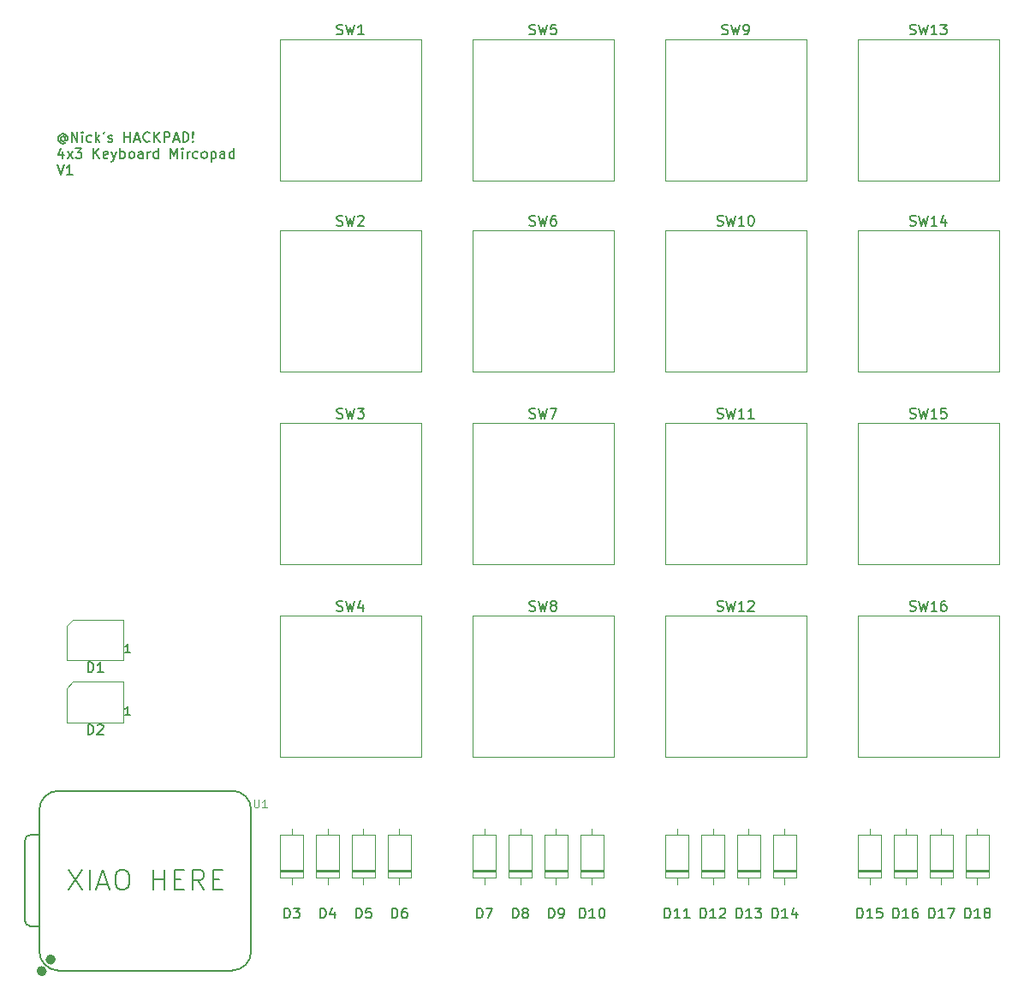
<source format=gbr>
%TF.GenerationSoftware,KiCad,Pcbnew,8.0.8*%
%TF.CreationDate,2025-02-17T14:53:19+01:00*%
%TF.ProjectId,macropad,6d616372-6f70-4616-942e-6b696361645f,rev?*%
%TF.SameCoordinates,Original*%
%TF.FileFunction,Legend,Top*%
%TF.FilePolarity,Positive*%
%FSLAX46Y46*%
G04 Gerber Fmt 4.6, Leading zero omitted, Abs format (unit mm)*
G04 Created by KiCad (PCBNEW 8.0.8) date 2025-02-17 14:53:19*
%MOMM*%
%LPD*%
G01*
G04 APERTURE LIST*
%ADD10C,0.200000*%
%ADD11C,0.150000*%
%ADD12C,0.101600*%
%ADD13C,0.120000*%
%ADD14C,0.127000*%
%ADD15C,0.100000*%
%ADD16C,0.504000*%
G04 APERTURE END LIST*
D10*
X135896305Y-36126474D02*
X135848686Y-36078855D01*
X135848686Y-36078855D02*
X135753448Y-36031236D01*
X135753448Y-36031236D02*
X135658210Y-36031236D01*
X135658210Y-36031236D02*
X135562972Y-36078855D01*
X135562972Y-36078855D02*
X135515353Y-36126474D01*
X135515353Y-36126474D02*
X135467734Y-36221712D01*
X135467734Y-36221712D02*
X135467734Y-36316950D01*
X135467734Y-36316950D02*
X135515353Y-36412188D01*
X135515353Y-36412188D02*
X135562972Y-36459807D01*
X135562972Y-36459807D02*
X135658210Y-36507426D01*
X135658210Y-36507426D02*
X135753448Y-36507426D01*
X135753448Y-36507426D02*
X135848686Y-36459807D01*
X135848686Y-36459807D02*
X135896305Y-36412188D01*
X135896305Y-36031236D02*
X135896305Y-36412188D01*
X135896305Y-36412188D02*
X135943924Y-36459807D01*
X135943924Y-36459807D02*
X135991543Y-36459807D01*
X135991543Y-36459807D02*
X136086782Y-36412188D01*
X136086782Y-36412188D02*
X136134401Y-36316950D01*
X136134401Y-36316950D02*
X136134401Y-36078855D01*
X136134401Y-36078855D02*
X136039163Y-35935998D01*
X136039163Y-35935998D02*
X135896305Y-35840760D01*
X135896305Y-35840760D02*
X135705829Y-35793141D01*
X135705829Y-35793141D02*
X135515353Y-35840760D01*
X135515353Y-35840760D02*
X135372496Y-35935998D01*
X135372496Y-35935998D02*
X135277258Y-36078855D01*
X135277258Y-36078855D02*
X135229639Y-36269331D01*
X135229639Y-36269331D02*
X135277258Y-36459807D01*
X135277258Y-36459807D02*
X135372496Y-36602665D01*
X135372496Y-36602665D02*
X135515353Y-36697903D01*
X135515353Y-36697903D02*
X135705829Y-36745522D01*
X135705829Y-36745522D02*
X135896305Y-36697903D01*
X135896305Y-36697903D02*
X136039163Y-36602665D01*
X136562972Y-36602665D02*
X136562972Y-35602665D01*
X136562972Y-35602665D02*
X137134400Y-36602665D01*
X137134400Y-36602665D02*
X137134400Y-35602665D01*
X137610591Y-36602665D02*
X137610591Y-35935998D01*
X137610591Y-35602665D02*
X137562972Y-35650284D01*
X137562972Y-35650284D02*
X137610591Y-35697903D01*
X137610591Y-35697903D02*
X137658210Y-35650284D01*
X137658210Y-35650284D02*
X137610591Y-35602665D01*
X137610591Y-35602665D02*
X137610591Y-35697903D01*
X138515352Y-36555046D02*
X138420114Y-36602665D01*
X138420114Y-36602665D02*
X138229638Y-36602665D01*
X138229638Y-36602665D02*
X138134400Y-36555046D01*
X138134400Y-36555046D02*
X138086781Y-36507426D01*
X138086781Y-36507426D02*
X138039162Y-36412188D01*
X138039162Y-36412188D02*
X138039162Y-36126474D01*
X138039162Y-36126474D02*
X138086781Y-36031236D01*
X138086781Y-36031236D02*
X138134400Y-35983617D01*
X138134400Y-35983617D02*
X138229638Y-35935998D01*
X138229638Y-35935998D02*
X138420114Y-35935998D01*
X138420114Y-35935998D02*
X138515352Y-35983617D01*
X138943924Y-36602665D02*
X138943924Y-35602665D01*
X139039162Y-36221712D02*
X139324876Y-36602665D01*
X139324876Y-35935998D02*
X138943924Y-36316950D01*
X139801067Y-35602665D02*
X139705829Y-35793141D01*
X140182019Y-36555046D02*
X140277257Y-36602665D01*
X140277257Y-36602665D02*
X140467733Y-36602665D01*
X140467733Y-36602665D02*
X140562971Y-36555046D01*
X140562971Y-36555046D02*
X140610590Y-36459807D01*
X140610590Y-36459807D02*
X140610590Y-36412188D01*
X140610590Y-36412188D02*
X140562971Y-36316950D01*
X140562971Y-36316950D02*
X140467733Y-36269331D01*
X140467733Y-36269331D02*
X140324876Y-36269331D01*
X140324876Y-36269331D02*
X140229638Y-36221712D01*
X140229638Y-36221712D02*
X140182019Y-36126474D01*
X140182019Y-36126474D02*
X140182019Y-36078855D01*
X140182019Y-36078855D02*
X140229638Y-35983617D01*
X140229638Y-35983617D02*
X140324876Y-35935998D01*
X140324876Y-35935998D02*
X140467733Y-35935998D01*
X140467733Y-35935998D02*
X140562971Y-35983617D01*
X141801067Y-36602665D02*
X141801067Y-35602665D01*
X141801067Y-36078855D02*
X142372495Y-36078855D01*
X142372495Y-36602665D02*
X142372495Y-35602665D01*
X142801067Y-36316950D02*
X143277257Y-36316950D01*
X142705829Y-36602665D02*
X143039162Y-35602665D01*
X143039162Y-35602665D02*
X143372495Y-36602665D01*
X144277257Y-36507426D02*
X144229638Y-36555046D01*
X144229638Y-36555046D02*
X144086781Y-36602665D01*
X144086781Y-36602665D02*
X143991543Y-36602665D01*
X143991543Y-36602665D02*
X143848686Y-36555046D01*
X143848686Y-36555046D02*
X143753448Y-36459807D01*
X143753448Y-36459807D02*
X143705829Y-36364569D01*
X143705829Y-36364569D02*
X143658210Y-36174093D01*
X143658210Y-36174093D02*
X143658210Y-36031236D01*
X143658210Y-36031236D02*
X143705829Y-35840760D01*
X143705829Y-35840760D02*
X143753448Y-35745522D01*
X143753448Y-35745522D02*
X143848686Y-35650284D01*
X143848686Y-35650284D02*
X143991543Y-35602665D01*
X143991543Y-35602665D02*
X144086781Y-35602665D01*
X144086781Y-35602665D02*
X144229638Y-35650284D01*
X144229638Y-35650284D02*
X144277257Y-35697903D01*
X144705829Y-36602665D02*
X144705829Y-35602665D01*
X145277257Y-36602665D02*
X144848686Y-36031236D01*
X145277257Y-35602665D02*
X144705829Y-36174093D01*
X145705829Y-36602665D02*
X145705829Y-35602665D01*
X145705829Y-35602665D02*
X146086781Y-35602665D01*
X146086781Y-35602665D02*
X146182019Y-35650284D01*
X146182019Y-35650284D02*
X146229638Y-35697903D01*
X146229638Y-35697903D02*
X146277257Y-35793141D01*
X146277257Y-35793141D02*
X146277257Y-35935998D01*
X146277257Y-35935998D02*
X146229638Y-36031236D01*
X146229638Y-36031236D02*
X146182019Y-36078855D01*
X146182019Y-36078855D02*
X146086781Y-36126474D01*
X146086781Y-36126474D02*
X145705829Y-36126474D01*
X146658210Y-36316950D02*
X147134400Y-36316950D01*
X146562972Y-36602665D02*
X146896305Y-35602665D01*
X146896305Y-35602665D02*
X147229638Y-36602665D01*
X147562972Y-36602665D02*
X147562972Y-35602665D01*
X147562972Y-35602665D02*
X147801067Y-35602665D01*
X147801067Y-35602665D02*
X147943924Y-35650284D01*
X147943924Y-35650284D02*
X148039162Y-35745522D01*
X148039162Y-35745522D02*
X148086781Y-35840760D01*
X148086781Y-35840760D02*
X148134400Y-36031236D01*
X148134400Y-36031236D02*
X148134400Y-36174093D01*
X148134400Y-36174093D02*
X148086781Y-36364569D01*
X148086781Y-36364569D02*
X148039162Y-36459807D01*
X148039162Y-36459807D02*
X147943924Y-36555046D01*
X147943924Y-36555046D02*
X147801067Y-36602665D01*
X147801067Y-36602665D02*
X147562972Y-36602665D01*
X148562972Y-36507426D02*
X148610591Y-36555046D01*
X148610591Y-36555046D02*
X148562972Y-36602665D01*
X148562972Y-36602665D02*
X148515353Y-36555046D01*
X148515353Y-36555046D02*
X148562972Y-36507426D01*
X148562972Y-36507426D02*
X148562972Y-36602665D01*
X148562972Y-36221712D02*
X148515353Y-35650284D01*
X148515353Y-35650284D02*
X148562972Y-35602665D01*
X148562972Y-35602665D02*
X148610591Y-35650284D01*
X148610591Y-35650284D02*
X148562972Y-36221712D01*
X148562972Y-36221712D02*
X148562972Y-35602665D01*
X135705829Y-37545942D02*
X135705829Y-38212609D01*
X135467734Y-37164990D02*
X135229639Y-37879275D01*
X135229639Y-37879275D02*
X135848686Y-37879275D01*
X136134401Y-38212609D02*
X136658210Y-37545942D01*
X136134401Y-37545942D02*
X136658210Y-38212609D01*
X136943925Y-37212609D02*
X137562972Y-37212609D01*
X137562972Y-37212609D02*
X137229639Y-37593561D01*
X137229639Y-37593561D02*
X137372496Y-37593561D01*
X137372496Y-37593561D02*
X137467734Y-37641180D01*
X137467734Y-37641180D02*
X137515353Y-37688799D01*
X137515353Y-37688799D02*
X137562972Y-37784037D01*
X137562972Y-37784037D02*
X137562972Y-38022132D01*
X137562972Y-38022132D02*
X137515353Y-38117370D01*
X137515353Y-38117370D02*
X137467734Y-38164990D01*
X137467734Y-38164990D02*
X137372496Y-38212609D01*
X137372496Y-38212609D02*
X137086782Y-38212609D01*
X137086782Y-38212609D02*
X136991544Y-38164990D01*
X136991544Y-38164990D02*
X136943925Y-38117370D01*
X138753449Y-38212609D02*
X138753449Y-37212609D01*
X139324877Y-38212609D02*
X138896306Y-37641180D01*
X139324877Y-37212609D02*
X138753449Y-37784037D01*
X140134401Y-38164990D02*
X140039163Y-38212609D01*
X140039163Y-38212609D02*
X139848687Y-38212609D01*
X139848687Y-38212609D02*
X139753449Y-38164990D01*
X139753449Y-38164990D02*
X139705830Y-38069751D01*
X139705830Y-38069751D02*
X139705830Y-37688799D01*
X139705830Y-37688799D02*
X139753449Y-37593561D01*
X139753449Y-37593561D02*
X139848687Y-37545942D01*
X139848687Y-37545942D02*
X140039163Y-37545942D01*
X140039163Y-37545942D02*
X140134401Y-37593561D01*
X140134401Y-37593561D02*
X140182020Y-37688799D01*
X140182020Y-37688799D02*
X140182020Y-37784037D01*
X140182020Y-37784037D02*
X139705830Y-37879275D01*
X140515354Y-37545942D02*
X140753449Y-38212609D01*
X140991544Y-37545942D02*
X140753449Y-38212609D01*
X140753449Y-38212609D02*
X140658211Y-38450704D01*
X140658211Y-38450704D02*
X140610592Y-38498323D01*
X140610592Y-38498323D02*
X140515354Y-38545942D01*
X141372497Y-38212609D02*
X141372497Y-37212609D01*
X141372497Y-37593561D02*
X141467735Y-37545942D01*
X141467735Y-37545942D02*
X141658211Y-37545942D01*
X141658211Y-37545942D02*
X141753449Y-37593561D01*
X141753449Y-37593561D02*
X141801068Y-37641180D01*
X141801068Y-37641180D02*
X141848687Y-37736418D01*
X141848687Y-37736418D02*
X141848687Y-38022132D01*
X141848687Y-38022132D02*
X141801068Y-38117370D01*
X141801068Y-38117370D02*
X141753449Y-38164990D01*
X141753449Y-38164990D02*
X141658211Y-38212609D01*
X141658211Y-38212609D02*
X141467735Y-38212609D01*
X141467735Y-38212609D02*
X141372497Y-38164990D01*
X142420116Y-38212609D02*
X142324878Y-38164990D01*
X142324878Y-38164990D02*
X142277259Y-38117370D01*
X142277259Y-38117370D02*
X142229640Y-38022132D01*
X142229640Y-38022132D02*
X142229640Y-37736418D01*
X142229640Y-37736418D02*
X142277259Y-37641180D01*
X142277259Y-37641180D02*
X142324878Y-37593561D01*
X142324878Y-37593561D02*
X142420116Y-37545942D01*
X142420116Y-37545942D02*
X142562973Y-37545942D01*
X142562973Y-37545942D02*
X142658211Y-37593561D01*
X142658211Y-37593561D02*
X142705830Y-37641180D01*
X142705830Y-37641180D02*
X142753449Y-37736418D01*
X142753449Y-37736418D02*
X142753449Y-38022132D01*
X142753449Y-38022132D02*
X142705830Y-38117370D01*
X142705830Y-38117370D02*
X142658211Y-38164990D01*
X142658211Y-38164990D02*
X142562973Y-38212609D01*
X142562973Y-38212609D02*
X142420116Y-38212609D01*
X143610592Y-38212609D02*
X143610592Y-37688799D01*
X143610592Y-37688799D02*
X143562973Y-37593561D01*
X143562973Y-37593561D02*
X143467735Y-37545942D01*
X143467735Y-37545942D02*
X143277259Y-37545942D01*
X143277259Y-37545942D02*
X143182021Y-37593561D01*
X143610592Y-38164990D02*
X143515354Y-38212609D01*
X143515354Y-38212609D02*
X143277259Y-38212609D01*
X143277259Y-38212609D02*
X143182021Y-38164990D01*
X143182021Y-38164990D02*
X143134402Y-38069751D01*
X143134402Y-38069751D02*
X143134402Y-37974513D01*
X143134402Y-37974513D02*
X143182021Y-37879275D01*
X143182021Y-37879275D02*
X143277259Y-37831656D01*
X143277259Y-37831656D02*
X143515354Y-37831656D01*
X143515354Y-37831656D02*
X143610592Y-37784037D01*
X144086783Y-38212609D02*
X144086783Y-37545942D01*
X144086783Y-37736418D02*
X144134402Y-37641180D01*
X144134402Y-37641180D02*
X144182021Y-37593561D01*
X144182021Y-37593561D02*
X144277259Y-37545942D01*
X144277259Y-37545942D02*
X144372497Y-37545942D01*
X145134402Y-38212609D02*
X145134402Y-37212609D01*
X145134402Y-38164990D02*
X145039164Y-38212609D01*
X145039164Y-38212609D02*
X144848688Y-38212609D01*
X144848688Y-38212609D02*
X144753450Y-38164990D01*
X144753450Y-38164990D02*
X144705831Y-38117370D01*
X144705831Y-38117370D02*
X144658212Y-38022132D01*
X144658212Y-38022132D02*
X144658212Y-37736418D01*
X144658212Y-37736418D02*
X144705831Y-37641180D01*
X144705831Y-37641180D02*
X144753450Y-37593561D01*
X144753450Y-37593561D02*
X144848688Y-37545942D01*
X144848688Y-37545942D02*
X145039164Y-37545942D01*
X145039164Y-37545942D02*
X145134402Y-37593561D01*
X146372498Y-38212609D02*
X146372498Y-37212609D01*
X146372498Y-37212609D02*
X146705831Y-37926894D01*
X146705831Y-37926894D02*
X147039164Y-37212609D01*
X147039164Y-37212609D02*
X147039164Y-38212609D01*
X147515355Y-38212609D02*
X147515355Y-37545942D01*
X147515355Y-37212609D02*
X147467736Y-37260228D01*
X147467736Y-37260228D02*
X147515355Y-37307847D01*
X147515355Y-37307847D02*
X147562974Y-37260228D01*
X147562974Y-37260228D02*
X147515355Y-37212609D01*
X147515355Y-37212609D02*
X147515355Y-37307847D01*
X147991545Y-38212609D02*
X147991545Y-37545942D01*
X147991545Y-37736418D02*
X148039164Y-37641180D01*
X148039164Y-37641180D02*
X148086783Y-37593561D01*
X148086783Y-37593561D02*
X148182021Y-37545942D01*
X148182021Y-37545942D02*
X148277259Y-37545942D01*
X149039164Y-38164990D02*
X148943926Y-38212609D01*
X148943926Y-38212609D02*
X148753450Y-38212609D01*
X148753450Y-38212609D02*
X148658212Y-38164990D01*
X148658212Y-38164990D02*
X148610593Y-38117370D01*
X148610593Y-38117370D02*
X148562974Y-38022132D01*
X148562974Y-38022132D02*
X148562974Y-37736418D01*
X148562974Y-37736418D02*
X148610593Y-37641180D01*
X148610593Y-37641180D02*
X148658212Y-37593561D01*
X148658212Y-37593561D02*
X148753450Y-37545942D01*
X148753450Y-37545942D02*
X148943926Y-37545942D01*
X148943926Y-37545942D02*
X149039164Y-37593561D01*
X149610593Y-38212609D02*
X149515355Y-38164990D01*
X149515355Y-38164990D02*
X149467736Y-38117370D01*
X149467736Y-38117370D02*
X149420117Y-38022132D01*
X149420117Y-38022132D02*
X149420117Y-37736418D01*
X149420117Y-37736418D02*
X149467736Y-37641180D01*
X149467736Y-37641180D02*
X149515355Y-37593561D01*
X149515355Y-37593561D02*
X149610593Y-37545942D01*
X149610593Y-37545942D02*
X149753450Y-37545942D01*
X149753450Y-37545942D02*
X149848688Y-37593561D01*
X149848688Y-37593561D02*
X149896307Y-37641180D01*
X149896307Y-37641180D02*
X149943926Y-37736418D01*
X149943926Y-37736418D02*
X149943926Y-38022132D01*
X149943926Y-38022132D02*
X149896307Y-38117370D01*
X149896307Y-38117370D02*
X149848688Y-38164990D01*
X149848688Y-38164990D02*
X149753450Y-38212609D01*
X149753450Y-38212609D02*
X149610593Y-38212609D01*
X150372498Y-37545942D02*
X150372498Y-38545942D01*
X150372498Y-37593561D02*
X150467736Y-37545942D01*
X150467736Y-37545942D02*
X150658212Y-37545942D01*
X150658212Y-37545942D02*
X150753450Y-37593561D01*
X150753450Y-37593561D02*
X150801069Y-37641180D01*
X150801069Y-37641180D02*
X150848688Y-37736418D01*
X150848688Y-37736418D02*
X150848688Y-38022132D01*
X150848688Y-38022132D02*
X150801069Y-38117370D01*
X150801069Y-38117370D02*
X150753450Y-38164990D01*
X150753450Y-38164990D02*
X150658212Y-38212609D01*
X150658212Y-38212609D02*
X150467736Y-38212609D01*
X150467736Y-38212609D02*
X150372498Y-38164990D01*
X151705831Y-38212609D02*
X151705831Y-37688799D01*
X151705831Y-37688799D02*
X151658212Y-37593561D01*
X151658212Y-37593561D02*
X151562974Y-37545942D01*
X151562974Y-37545942D02*
X151372498Y-37545942D01*
X151372498Y-37545942D02*
X151277260Y-37593561D01*
X151705831Y-38164990D02*
X151610593Y-38212609D01*
X151610593Y-38212609D02*
X151372498Y-38212609D01*
X151372498Y-38212609D02*
X151277260Y-38164990D01*
X151277260Y-38164990D02*
X151229641Y-38069751D01*
X151229641Y-38069751D02*
X151229641Y-37974513D01*
X151229641Y-37974513D02*
X151277260Y-37879275D01*
X151277260Y-37879275D02*
X151372498Y-37831656D01*
X151372498Y-37831656D02*
X151610593Y-37831656D01*
X151610593Y-37831656D02*
X151705831Y-37784037D01*
X152610593Y-38212609D02*
X152610593Y-37212609D01*
X152610593Y-38164990D02*
X152515355Y-38212609D01*
X152515355Y-38212609D02*
X152324879Y-38212609D01*
X152324879Y-38212609D02*
X152229641Y-38164990D01*
X152229641Y-38164990D02*
X152182022Y-38117370D01*
X152182022Y-38117370D02*
X152134403Y-38022132D01*
X152134403Y-38022132D02*
X152134403Y-37736418D01*
X152134403Y-37736418D02*
X152182022Y-37641180D01*
X152182022Y-37641180D02*
X152229641Y-37593561D01*
X152229641Y-37593561D02*
X152324879Y-37545942D01*
X152324879Y-37545942D02*
X152515355Y-37545942D01*
X152515355Y-37545942D02*
X152610593Y-37593561D01*
X135134401Y-38822553D02*
X135467734Y-39822553D01*
X135467734Y-39822553D02*
X135801067Y-38822553D01*
X136658210Y-39822553D02*
X136086782Y-39822553D01*
X136372496Y-39822553D02*
X136372496Y-38822553D01*
X136372496Y-38822553D02*
X136277258Y-38965410D01*
X136277258Y-38965410D02*
X136182020Y-39060648D01*
X136182020Y-39060648D02*
X136086782Y-39108267D01*
D11*
X200415476Y-63885700D02*
X200558333Y-63933319D01*
X200558333Y-63933319D02*
X200796428Y-63933319D01*
X200796428Y-63933319D02*
X200891666Y-63885700D01*
X200891666Y-63885700D02*
X200939285Y-63838080D01*
X200939285Y-63838080D02*
X200986904Y-63742842D01*
X200986904Y-63742842D02*
X200986904Y-63647604D01*
X200986904Y-63647604D02*
X200939285Y-63552366D01*
X200939285Y-63552366D02*
X200891666Y-63504747D01*
X200891666Y-63504747D02*
X200796428Y-63457128D01*
X200796428Y-63457128D02*
X200605952Y-63409509D01*
X200605952Y-63409509D02*
X200510714Y-63361890D01*
X200510714Y-63361890D02*
X200463095Y-63314271D01*
X200463095Y-63314271D02*
X200415476Y-63219033D01*
X200415476Y-63219033D02*
X200415476Y-63123795D01*
X200415476Y-63123795D02*
X200463095Y-63028557D01*
X200463095Y-63028557D02*
X200510714Y-62980938D01*
X200510714Y-62980938D02*
X200605952Y-62933319D01*
X200605952Y-62933319D02*
X200844047Y-62933319D01*
X200844047Y-62933319D02*
X200986904Y-62980938D01*
X201320238Y-62933319D02*
X201558333Y-63933319D01*
X201558333Y-63933319D02*
X201748809Y-63219033D01*
X201748809Y-63219033D02*
X201939285Y-63933319D01*
X201939285Y-63933319D02*
X202177381Y-62933319D01*
X203082142Y-63933319D02*
X202510714Y-63933319D01*
X202796428Y-63933319D02*
X202796428Y-62933319D01*
X202796428Y-62933319D02*
X202701190Y-63076176D01*
X202701190Y-63076176D02*
X202605952Y-63171414D01*
X202605952Y-63171414D02*
X202510714Y-63219033D01*
X204034523Y-63933319D02*
X203463095Y-63933319D01*
X203748809Y-63933319D02*
X203748809Y-62933319D01*
X203748809Y-62933319D02*
X203653571Y-63076176D01*
X203653571Y-63076176D02*
X203558333Y-63171414D01*
X203558333Y-63171414D02*
X203463095Y-63219033D01*
X217810714Y-113352319D02*
X217810714Y-112352319D01*
X217810714Y-112352319D02*
X218048809Y-112352319D01*
X218048809Y-112352319D02*
X218191666Y-112399938D01*
X218191666Y-112399938D02*
X218286904Y-112495176D01*
X218286904Y-112495176D02*
X218334523Y-112590414D01*
X218334523Y-112590414D02*
X218382142Y-112780890D01*
X218382142Y-112780890D02*
X218382142Y-112923747D01*
X218382142Y-112923747D02*
X218334523Y-113114223D01*
X218334523Y-113114223D02*
X218286904Y-113209461D01*
X218286904Y-113209461D02*
X218191666Y-113304700D01*
X218191666Y-113304700D02*
X218048809Y-113352319D01*
X218048809Y-113352319D02*
X217810714Y-113352319D01*
X219334523Y-113352319D02*
X218763095Y-113352319D01*
X219048809Y-113352319D02*
X219048809Y-112352319D01*
X219048809Y-112352319D02*
X218953571Y-112495176D01*
X218953571Y-112495176D02*
X218858333Y-112590414D01*
X218858333Y-112590414D02*
X218763095Y-112638033D01*
X220191666Y-112352319D02*
X220001190Y-112352319D01*
X220001190Y-112352319D02*
X219905952Y-112399938D01*
X219905952Y-112399938D02*
X219858333Y-112447557D01*
X219858333Y-112447557D02*
X219763095Y-112590414D01*
X219763095Y-112590414D02*
X219715476Y-112780890D01*
X219715476Y-112780890D02*
X219715476Y-113161842D01*
X219715476Y-113161842D02*
X219763095Y-113257080D01*
X219763095Y-113257080D02*
X219810714Y-113304700D01*
X219810714Y-113304700D02*
X219905952Y-113352319D01*
X219905952Y-113352319D02*
X220096428Y-113352319D01*
X220096428Y-113352319D02*
X220191666Y-113304700D01*
X220191666Y-113304700D02*
X220239285Y-113257080D01*
X220239285Y-113257080D02*
X220286904Y-113161842D01*
X220286904Y-113161842D02*
X220286904Y-112923747D01*
X220286904Y-112923747D02*
X220239285Y-112828509D01*
X220239285Y-112828509D02*
X220191666Y-112780890D01*
X220191666Y-112780890D02*
X220096428Y-112733271D01*
X220096428Y-112733271D02*
X219905952Y-112733271D01*
X219905952Y-112733271D02*
X219810714Y-112780890D01*
X219810714Y-112780890D02*
X219763095Y-112828509D01*
X219763095Y-112828509D02*
X219715476Y-112923747D01*
X181841667Y-25930700D02*
X181984524Y-25978319D01*
X181984524Y-25978319D02*
X182222619Y-25978319D01*
X182222619Y-25978319D02*
X182317857Y-25930700D01*
X182317857Y-25930700D02*
X182365476Y-25883080D01*
X182365476Y-25883080D02*
X182413095Y-25787842D01*
X182413095Y-25787842D02*
X182413095Y-25692604D01*
X182413095Y-25692604D02*
X182365476Y-25597366D01*
X182365476Y-25597366D02*
X182317857Y-25549747D01*
X182317857Y-25549747D02*
X182222619Y-25502128D01*
X182222619Y-25502128D02*
X182032143Y-25454509D01*
X182032143Y-25454509D02*
X181936905Y-25406890D01*
X181936905Y-25406890D02*
X181889286Y-25359271D01*
X181889286Y-25359271D02*
X181841667Y-25264033D01*
X181841667Y-25264033D02*
X181841667Y-25168795D01*
X181841667Y-25168795D02*
X181889286Y-25073557D01*
X181889286Y-25073557D02*
X181936905Y-25025938D01*
X181936905Y-25025938D02*
X182032143Y-24978319D01*
X182032143Y-24978319D02*
X182270238Y-24978319D01*
X182270238Y-24978319D02*
X182413095Y-25025938D01*
X182746429Y-24978319D02*
X182984524Y-25978319D01*
X182984524Y-25978319D02*
X183175000Y-25264033D01*
X183175000Y-25264033D02*
X183365476Y-25978319D01*
X183365476Y-25978319D02*
X183603572Y-24978319D01*
X184460714Y-24978319D02*
X183984524Y-24978319D01*
X183984524Y-24978319D02*
X183936905Y-25454509D01*
X183936905Y-25454509D02*
X183984524Y-25406890D01*
X183984524Y-25406890D02*
X184079762Y-25359271D01*
X184079762Y-25359271D02*
X184317857Y-25359271D01*
X184317857Y-25359271D02*
X184413095Y-25406890D01*
X184413095Y-25406890D02*
X184460714Y-25454509D01*
X184460714Y-25454509D02*
X184508333Y-25549747D01*
X184508333Y-25549747D02*
X184508333Y-25787842D01*
X184508333Y-25787842D02*
X184460714Y-25883080D01*
X184460714Y-25883080D02*
X184413095Y-25930700D01*
X184413095Y-25930700D02*
X184317857Y-25978319D01*
X184317857Y-25978319D02*
X184079762Y-25978319D01*
X184079762Y-25978319D02*
X183984524Y-25930700D01*
X183984524Y-25930700D02*
X183936905Y-25883080D01*
X219465476Y-25930700D02*
X219608333Y-25978319D01*
X219608333Y-25978319D02*
X219846428Y-25978319D01*
X219846428Y-25978319D02*
X219941666Y-25930700D01*
X219941666Y-25930700D02*
X219989285Y-25883080D01*
X219989285Y-25883080D02*
X220036904Y-25787842D01*
X220036904Y-25787842D02*
X220036904Y-25692604D01*
X220036904Y-25692604D02*
X219989285Y-25597366D01*
X219989285Y-25597366D02*
X219941666Y-25549747D01*
X219941666Y-25549747D02*
X219846428Y-25502128D01*
X219846428Y-25502128D02*
X219655952Y-25454509D01*
X219655952Y-25454509D02*
X219560714Y-25406890D01*
X219560714Y-25406890D02*
X219513095Y-25359271D01*
X219513095Y-25359271D02*
X219465476Y-25264033D01*
X219465476Y-25264033D02*
X219465476Y-25168795D01*
X219465476Y-25168795D02*
X219513095Y-25073557D01*
X219513095Y-25073557D02*
X219560714Y-25025938D01*
X219560714Y-25025938D02*
X219655952Y-24978319D01*
X219655952Y-24978319D02*
X219894047Y-24978319D01*
X219894047Y-24978319D02*
X220036904Y-25025938D01*
X220370238Y-24978319D02*
X220608333Y-25978319D01*
X220608333Y-25978319D02*
X220798809Y-25264033D01*
X220798809Y-25264033D02*
X220989285Y-25978319D01*
X220989285Y-25978319D02*
X221227381Y-24978319D01*
X222132142Y-25978319D02*
X221560714Y-25978319D01*
X221846428Y-25978319D02*
X221846428Y-24978319D01*
X221846428Y-24978319D02*
X221751190Y-25121176D01*
X221751190Y-25121176D02*
X221655952Y-25216414D01*
X221655952Y-25216414D02*
X221560714Y-25264033D01*
X222465476Y-24978319D02*
X223084523Y-24978319D01*
X223084523Y-24978319D02*
X222751190Y-25359271D01*
X222751190Y-25359271D02*
X222894047Y-25359271D01*
X222894047Y-25359271D02*
X222989285Y-25406890D01*
X222989285Y-25406890D02*
X223036904Y-25454509D01*
X223036904Y-25454509D02*
X223084523Y-25549747D01*
X223084523Y-25549747D02*
X223084523Y-25787842D01*
X223084523Y-25787842D02*
X223036904Y-25883080D01*
X223036904Y-25883080D02*
X222989285Y-25930700D01*
X222989285Y-25930700D02*
X222894047Y-25978319D01*
X222894047Y-25978319D02*
X222608333Y-25978319D01*
X222608333Y-25978319D02*
X222513095Y-25930700D01*
X222513095Y-25930700D02*
X222465476Y-25883080D01*
X200415476Y-44835700D02*
X200558333Y-44883319D01*
X200558333Y-44883319D02*
X200796428Y-44883319D01*
X200796428Y-44883319D02*
X200891666Y-44835700D01*
X200891666Y-44835700D02*
X200939285Y-44788080D01*
X200939285Y-44788080D02*
X200986904Y-44692842D01*
X200986904Y-44692842D02*
X200986904Y-44597604D01*
X200986904Y-44597604D02*
X200939285Y-44502366D01*
X200939285Y-44502366D02*
X200891666Y-44454747D01*
X200891666Y-44454747D02*
X200796428Y-44407128D01*
X200796428Y-44407128D02*
X200605952Y-44359509D01*
X200605952Y-44359509D02*
X200510714Y-44311890D01*
X200510714Y-44311890D02*
X200463095Y-44264271D01*
X200463095Y-44264271D02*
X200415476Y-44169033D01*
X200415476Y-44169033D02*
X200415476Y-44073795D01*
X200415476Y-44073795D02*
X200463095Y-43978557D01*
X200463095Y-43978557D02*
X200510714Y-43930938D01*
X200510714Y-43930938D02*
X200605952Y-43883319D01*
X200605952Y-43883319D02*
X200844047Y-43883319D01*
X200844047Y-43883319D02*
X200986904Y-43930938D01*
X201320238Y-43883319D02*
X201558333Y-44883319D01*
X201558333Y-44883319D02*
X201748809Y-44169033D01*
X201748809Y-44169033D02*
X201939285Y-44883319D01*
X201939285Y-44883319D02*
X202177381Y-43883319D01*
X203082142Y-44883319D02*
X202510714Y-44883319D01*
X202796428Y-44883319D02*
X202796428Y-43883319D01*
X202796428Y-43883319D02*
X202701190Y-44026176D01*
X202701190Y-44026176D02*
X202605952Y-44121414D01*
X202605952Y-44121414D02*
X202510714Y-44169033D01*
X203701190Y-43883319D02*
X203796428Y-43883319D01*
X203796428Y-43883319D02*
X203891666Y-43930938D01*
X203891666Y-43930938D02*
X203939285Y-43978557D01*
X203939285Y-43978557D02*
X203986904Y-44073795D01*
X203986904Y-44073795D02*
X204034523Y-44264271D01*
X204034523Y-44264271D02*
X204034523Y-44502366D01*
X204034523Y-44502366D02*
X203986904Y-44692842D01*
X203986904Y-44692842D02*
X203939285Y-44788080D01*
X203939285Y-44788080D02*
X203891666Y-44835700D01*
X203891666Y-44835700D02*
X203796428Y-44883319D01*
X203796428Y-44883319D02*
X203701190Y-44883319D01*
X203701190Y-44883319D02*
X203605952Y-44835700D01*
X203605952Y-44835700D02*
X203558333Y-44788080D01*
X203558333Y-44788080D02*
X203510714Y-44692842D01*
X203510714Y-44692842D02*
X203463095Y-44502366D01*
X203463095Y-44502366D02*
X203463095Y-44264271D01*
X203463095Y-44264271D02*
X203510714Y-44073795D01*
X203510714Y-44073795D02*
X203558333Y-43978557D01*
X203558333Y-43978557D02*
X203605952Y-43930938D01*
X203605952Y-43930938D02*
X203701190Y-43883319D01*
X138168155Y-95189819D02*
X138168155Y-94189819D01*
X138168155Y-94189819D02*
X138406250Y-94189819D01*
X138406250Y-94189819D02*
X138549107Y-94237438D01*
X138549107Y-94237438D02*
X138644345Y-94332676D01*
X138644345Y-94332676D02*
X138691964Y-94427914D01*
X138691964Y-94427914D02*
X138739583Y-94618390D01*
X138739583Y-94618390D02*
X138739583Y-94761247D01*
X138739583Y-94761247D02*
X138691964Y-94951723D01*
X138691964Y-94951723D02*
X138644345Y-95046961D01*
X138644345Y-95046961D02*
X138549107Y-95142200D01*
X138549107Y-95142200D02*
X138406250Y-95189819D01*
X138406250Y-95189819D02*
X138168155Y-95189819D01*
X139120536Y-94285057D02*
X139168155Y-94237438D01*
X139168155Y-94237438D02*
X139263393Y-94189819D01*
X139263393Y-94189819D02*
X139501488Y-94189819D01*
X139501488Y-94189819D02*
X139596726Y-94237438D01*
X139596726Y-94237438D02*
X139644345Y-94285057D01*
X139644345Y-94285057D02*
X139691964Y-94380295D01*
X139691964Y-94380295D02*
X139691964Y-94475533D01*
X139691964Y-94475533D02*
X139644345Y-94618390D01*
X139644345Y-94618390D02*
X139072917Y-95189819D01*
X139072917Y-95189819D02*
X139691964Y-95189819D01*
X142334821Y-93222295D02*
X141877678Y-93222295D01*
X142106250Y-93222295D02*
X142106250Y-92422295D01*
X142106250Y-92422295D02*
X142030059Y-92536580D01*
X142030059Y-92536580D02*
X141953869Y-92612771D01*
X141953869Y-92612771D02*
X141877678Y-92650866D01*
X138168155Y-89027319D02*
X138168155Y-88027319D01*
X138168155Y-88027319D02*
X138406250Y-88027319D01*
X138406250Y-88027319D02*
X138549107Y-88074938D01*
X138549107Y-88074938D02*
X138644345Y-88170176D01*
X138644345Y-88170176D02*
X138691964Y-88265414D01*
X138691964Y-88265414D02*
X138739583Y-88455890D01*
X138739583Y-88455890D02*
X138739583Y-88598747D01*
X138739583Y-88598747D02*
X138691964Y-88789223D01*
X138691964Y-88789223D02*
X138644345Y-88884461D01*
X138644345Y-88884461D02*
X138549107Y-88979700D01*
X138549107Y-88979700D02*
X138406250Y-89027319D01*
X138406250Y-89027319D02*
X138168155Y-89027319D01*
X139691964Y-89027319D02*
X139120536Y-89027319D01*
X139406250Y-89027319D02*
X139406250Y-88027319D01*
X139406250Y-88027319D02*
X139311012Y-88170176D01*
X139311012Y-88170176D02*
X139215774Y-88265414D01*
X139215774Y-88265414D02*
X139120536Y-88313033D01*
X142334821Y-87059795D02*
X141877678Y-87059795D01*
X142106250Y-87059795D02*
X142106250Y-86259795D01*
X142106250Y-86259795D02*
X142030059Y-86374080D01*
X142030059Y-86374080D02*
X141953869Y-86450271D01*
X141953869Y-86450271D02*
X141877678Y-86488366D01*
X200415476Y-82935700D02*
X200558333Y-82983319D01*
X200558333Y-82983319D02*
X200796428Y-82983319D01*
X200796428Y-82983319D02*
X200891666Y-82935700D01*
X200891666Y-82935700D02*
X200939285Y-82888080D01*
X200939285Y-82888080D02*
X200986904Y-82792842D01*
X200986904Y-82792842D02*
X200986904Y-82697604D01*
X200986904Y-82697604D02*
X200939285Y-82602366D01*
X200939285Y-82602366D02*
X200891666Y-82554747D01*
X200891666Y-82554747D02*
X200796428Y-82507128D01*
X200796428Y-82507128D02*
X200605952Y-82459509D01*
X200605952Y-82459509D02*
X200510714Y-82411890D01*
X200510714Y-82411890D02*
X200463095Y-82364271D01*
X200463095Y-82364271D02*
X200415476Y-82269033D01*
X200415476Y-82269033D02*
X200415476Y-82173795D01*
X200415476Y-82173795D02*
X200463095Y-82078557D01*
X200463095Y-82078557D02*
X200510714Y-82030938D01*
X200510714Y-82030938D02*
X200605952Y-81983319D01*
X200605952Y-81983319D02*
X200844047Y-81983319D01*
X200844047Y-81983319D02*
X200986904Y-82030938D01*
X201320238Y-81983319D02*
X201558333Y-82983319D01*
X201558333Y-82983319D02*
X201748809Y-82269033D01*
X201748809Y-82269033D02*
X201939285Y-82983319D01*
X201939285Y-82983319D02*
X202177381Y-81983319D01*
X203082142Y-82983319D02*
X202510714Y-82983319D01*
X202796428Y-82983319D02*
X202796428Y-81983319D01*
X202796428Y-81983319D02*
X202701190Y-82126176D01*
X202701190Y-82126176D02*
X202605952Y-82221414D01*
X202605952Y-82221414D02*
X202510714Y-82269033D01*
X203463095Y-82078557D02*
X203510714Y-82030938D01*
X203510714Y-82030938D02*
X203605952Y-81983319D01*
X203605952Y-81983319D02*
X203844047Y-81983319D01*
X203844047Y-81983319D02*
X203939285Y-82030938D01*
X203939285Y-82030938D02*
X203986904Y-82078557D01*
X203986904Y-82078557D02*
X204034523Y-82173795D01*
X204034523Y-82173795D02*
X204034523Y-82269033D01*
X204034523Y-82269033D02*
X203986904Y-82411890D01*
X203986904Y-82411890D02*
X203415476Y-82983319D01*
X203415476Y-82983319D02*
X204034523Y-82983319D01*
X176636905Y-113352319D02*
X176636905Y-112352319D01*
X176636905Y-112352319D02*
X176875000Y-112352319D01*
X176875000Y-112352319D02*
X177017857Y-112399938D01*
X177017857Y-112399938D02*
X177113095Y-112495176D01*
X177113095Y-112495176D02*
X177160714Y-112590414D01*
X177160714Y-112590414D02*
X177208333Y-112780890D01*
X177208333Y-112780890D02*
X177208333Y-112923747D01*
X177208333Y-112923747D02*
X177160714Y-113114223D01*
X177160714Y-113114223D02*
X177113095Y-113209461D01*
X177113095Y-113209461D02*
X177017857Y-113304700D01*
X177017857Y-113304700D02*
X176875000Y-113352319D01*
X176875000Y-113352319D02*
X176636905Y-113352319D01*
X177541667Y-112352319D02*
X178208333Y-112352319D01*
X178208333Y-112352319D02*
X177779762Y-113352319D01*
X198760714Y-113352319D02*
X198760714Y-112352319D01*
X198760714Y-112352319D02*
X198998809Y-112352319D01*
X198998809Y-112352319D02*
X199141666Y-112399938D01*
X199141666Y-112399938D02*
X199236904Y-112495176D01*
X199236904Y-112495176D02*
X199284523Y-112590414D01*
X199284523Y-112590414D02*
X199332142Y-112780890D01*
X199332142Y-112780890D02*
X199332142Y-112923747D01*
X199332142Y-112923747D02*
X199284523Y-113114223D01*
X199284523Y-113114223D02*
X199236904Y-113209461D01*
X199236904Y-113209461D02*
X199141666Y-113304700D01*
X199141666Y-113304700D02*
X198998809Y-113352319D01*
X198998809Y-113352319D02*
X198760714Y-113352319D01*
X200284523Y-113352319D02*
X199713095Y-113352319D01*
X199998809Y-113352319D02*
X199998809Y-112352319D01*
X199998809Y-112352319D02*
X199903571Y-112495176D01*
X199903571Y-112495176D02*
X199808333Y-112590414D01*
X199808333Y-112590414D02*
X199713095Y-112638033D01*
X200665476Y-112447557D02*
X200713095Y-112399938D01*
X200713095Y-112399938D02*
X200808333Y-112352319D01*
X200808333Y-112352319D02*
X201046428Y-112352319D01*
X201046428Y-112352319D02*
X201141666Y-112399938D01*
X201141666Y-112399938D02*
X201189285Y-112447557D01*
X201189285Y-112447557D02*
X201236904Y-112542795D01*
X201236904Y-112542795D02*
X201236904Y-112638033D01*
X201236904Y-112638033D02*
X201189285Y-112780890D01*
X201189285Y-112780890D02*
X200617857Y-113352319D01*
X200617857Y-113352319D02*
X201236904Y-113352319D01*
X195210714Y-113352319D02*
X195210714Y-112352319D01*
X195210714Y-112352319D02*
X195448809Y-112352319D01*
X195448809Y-112352319D02*
X195591666Y-112399938D01*
X195591666Y-112399938D02*
X195686904Y-112495176D01*
X195686904Y-112495176D02*
X195734523Y-112590414D01*
X195734523Y-112590414D02*
X195782142Y-112780890D01*
X195782142Y-112780890D02*
X195782142Y-112923747D01*
X195782142Y-112923747D02*
X195734523Y-113114223D01*
X195734523Y-113114223D02*
X195686904Y-113209461D01*
X195686904Y-113209461D02*
X195591666Y-113304700D01*
X195591666Y-113304700D02*
X195448809Y-113352319D01*
X195448809Y-113352319D02*
X195210714Y-113352319D01*
X196734523Y-113352319D02*
X196163095Y-113352319D01*
X196448809Y-113352319D02*
X196448809Y-112352319D01*
X196448809Y-112352319D02*
X196353571Y-112495176D01*
X196353571Y-112495176D02*
X196258333Y-112590414D01*
X196258333Y-112590414D02*
X196163095Y-112638033D01*
X197686904Y-113352319D02*
X197115476Y-113352319D01*
X197401190Y-113352319D02*
X197401190Y-112352319D01*
X197401190Y-112352319D02*
X197305952Y-112495176D01*
X197305952Y-112495176D02*
X197210714Y-112590414D01*
X197210714Y-112590414D02*
X197115476Y-112638033D01*
X180186905Y-113352319D02*
X180186905Y-112352319D01*
X180186905Y-112352319D02*
X180425000Y-112352319D01*
X180425000Y-112352319D02*
X180567857Y-112399938D01*
X180567857Y-112399938D02*
X180663095Y-112495176D01*
X180663095Y-112495176D02*
X180710714Y-112590414D01*
X180710714Y-112590414D02*
X180758333Y-112780890D01*
X180758333Y-112780890D02*
X180758333Y-112923747D01*
X180758333Y-112923747D02*
X180710714Y-113114223D01*
X180710714Y-113114223D02*
X180663095Y-113209461D01*
X180663095Y-113209461D02*
X180567857Y-113304700D01*
X180567857Y-113304700D02*
X180425000Y-113352319D01*
X180425000Y-113352319D02*
X180186905Y-113352319D01*
X181329762Y-112780890D02*
X181234524Y-112733271D01*
X181234524Y-112733271D02*
X181186905Y-112685652D01*
X181186905Y-112685652D02*
X181139286Y-112590414D01*
X181139286Y-112590414D02*
X181139286Y-112542795D01*
X181139286Y-112542795D02*
X181186905Y-112447557D01*
X181186905Y-112447557D02*
X181234524Y-112399938D01*
X181234524Y-112399938D02*
X181329762Y-112352319D01*
X181329762Y-112352319D02*
X181520238Y-112352319D01*
X181520238Y-112352319D02*
X181615476Y-112399938D01*
X181615476Y-112399938D02*
X181663095Y-112447557D01*
X181663095Y-112447557D02*
X181710714Y-112542795D01*
X181710714Y-112542795D02*
X181710714Y-112590414D01*
X181710714Y-112590414D02*
X181663095Y-112685652D01*
X181663095Y-112685652D02*
X181615476Y-112733271D01*
X181615476Y-112733271D02*
X181520238Y-112780890D01*
X181520238Y-112780890D02*
X181329762Y-112780890D01*
X181329762Y-112780890D02*
X181234524Y-112828509D01*
X181234524Y-112828509D02*
X181186905Y-112876128D01*
X181186905Y-112876128D02*
X181139286Y-112971366D01*
X181139286Y-112971366D02*
X181139286Y-113161842D01*
X181139286Y-113161842D02*
X181186905Y-113257080D01*
X181186905Y-113257080D02*
X181234524Y-113304700D01*
X181234524Y-113304700D02*
X181329762Y-113352319D01*
X181329762Y-113352319D02*
X181520238Y-113352319D01*
X181520238Y-113352319D02*
X181615476Y-113304700D01*
X181615476Y-113304700D02*
X181663095Y-113257080D01*
X181663095Y-113257080D02*
X181710714Y-113161842D01*
X181710714Y-113161842D02*
X181710714Y-112971366D01*
X181710714Y-112971366D02*
X181663095Y-112876128D01*
X181663095Y-112876128D02*
X181615476Y-112828509D01*
X181615476Y-112828509D02*
X181520238Y-112780890D01*
X168236905Y-113352319D02*
X168236905Y-112352319D01*
X168236905Y-112352319D02*
X168475000Y-112352319D01*
X168475000Y-112352319D02*
X168617857Y-112399938D01*
X168617857Y-112399938D02*
X168713095Y-112495176D01*
X168713095Y-112495176D02*
X168760714Y-112590414D01*
X168760714Y-112590414D02*
X168808333Y-112780890D01*
X168808333Y-112780890D02*
X168808333Y-112923747D01*
X168808333Y-112923747D02*
X168760714Y-113114223D01*
X168760714Y-113114223D02*
X168713095Y-113209461D01*
X168713095Y-113209461D02*
X168617857Y-113304700D01*
X168617857Y-113304700D02*
X168475000Y-113352319D01*
X168475000Y-113352319D02*
X168236905Y-113352319D01*
X169665476Y-112352319D02*
X169475000Y-112352319D01*
X169475000Y-112352319D02*
X169379762Y-112399938D01*
X169379762Y-112399938D02*
X169332143Y-112447557D01*
X169332143Y-112447557D02*
X169236905Y-112590414D01*
X169236905Y-112590414D02*
X169189286Y-112780890D01*
X169189286Y-112780890D02*
X169189286Y-113161842D01*
X169189286Y-113161842D02*
X169236905Y-113257080D01*
X169236905Y-113257080D02*
X169284524Y-113304700D01*
X169284524Y-113304700D02*
X169379762Y-113352319D01*
X169379762Y-113352319D02*
X169570238Y-113352319D01*
X169570238Y-113352319D02*
X169665476Y-113304700D01*
X169665476Y-113304700D02*
X169713095Y-113257080D01*
X169713095Y-113257080D02*
X169760714Y-113161842D01*
X169760714Y-113161842D02*
X169760714Y-112923747D01*
X169760714Y-112923747D02*
X169713095Y-112828509D01*
X169713095Y-112828509D02*
X169665476Y-112780890D01*
X169665476Y-112780890D02*
X169570238Y-112733271D01*
X169570238Y-112733271D02*
X169379762Y-112733271D01*
X169379762Y-112733271D02*
X169284524Y-112780890D01*
X169284524Y-112780890D02*
X169236905Y-112828509D01*
X169236905Y-112828509D02*
X169189286Y-112923747D01*
X219465476Y-82935700D02*
X219608333Y-82983319D01*
X219608333Y-82983319D02*
X219846428Y-82983319D01*
X219846428Y-82983319D02*
X219941666Y-82935700D01*
X219941666Y-82935700D02*
X219989285Y-82888080D01*
X219989285Y-82888080D02*
X220036904Y-82792842D01*
X220036904Y-82792842D02*
X220036904Y-82697604D01*
X220036904Y-82697604D02*
X219989285Y-82602366D01*
X219989285Y-82602366D02*
X219941666Y-82554747D01*
X219941666Y-82554747D02*
X219846428Y-82507128D01*
X219846428Y-82507128D02*
X219655952Y-82459509D01*
X219655952Y-82459509D02*
X219560714Y-82411890D01*
X219560714Y-82411890D02*
X219513095Y-82364271D01*
X219513095Y-82364271D02*
X219465476Y-82269033D01*
X219465476Y-82269033D02*
X219465476Y-82173795D01*
X219465476Y-82173795D02*
X219513095Y-82078557D01*
X219513095Y-82078557D02*
X219560714Y-82030938D01*
X219560714Y-82030938D02*
X219655952Y-81983319D01*
X219655952Y-81983319D02*
X219894047Y-81983319D01*
X219894047Y-81983319D02*
X220036904Y-82030938D01*
X220370238Y-81983319D02*
X220608333Y-82983319D01*
X220608333Y-82983319D02*
X220798809Y-82269033D01*
X220798809Y-82269033D02*
X220989285Y-82983319D01*
X220989285Y-82983319D02*
X221227381Y-81983319D01*
X222132142Y-82983319D02*
X221560714Y-82983319D01*
X221846428Y-82983319D02*
X221846428Y-81983319D01*
X221846428Y-81983319D02*
X221751190Y-82126176D01*
X221751190Y-82126176D02*
X221655952Y-82221414D01*
X221655952Y-82221414D02*
X221560714Y-82269033D01*
X222989285Y-81983319D02*
X222798809Y-81983319D01*
X222798809Y-81983319D02*
X222703571Y-82030938D01*
X222703571Y-82030938D02*
X222655952Y-82078557D01*
X222655952Y-82078557D02*
X222560714Y-82221414D01*
X222560714Y-82221414D02*
X222513095Y-82411890D01*
X222513095Y-82411890D02*
X222513095Y-82792842D01*
X222513095Y-82792842D02*
X222560714Y-82888080D01*
X222560714Y-82888080D02*
X222608333Y-82935700D01*
X222608333Y-82935700D02*
X222703571Y-82983319D01*
X222703571Y-82983319D02*
X222894047Y-82983319D01*
X222894047Y-82983319D02*
X222989285Y-82935700D01*
X222989285Y-82935700D02*
X223036904Y-82888080D01*
X223036904Y-82888080D02*
X223084523Y-82792842D01*
X223084523Y-82792842D02*
X223084523Y-82554747D01*
X223084523Y-82554747D02*
X223036904Y-82459509D01*
X223036904Y-82459509D02*
X222989285Y-82411890D01*
X222989285Y-82411890D02*
X222894047Y-82364271D01*
X222894047Y-82364271D02*
X222703571Y-82364271D01*
X222703571Y-82364271D02*
X222608333Y-82411890D01*
X222608333Y-82411890D02*
X222560714Y-82459509D01*
X222560714Y-82459509D02*
X222513095Y-82554747D01*
X181841667Y-82935700D02*
X181984524Y-82983319D01*
X181984524Y-82983319D02*
X182222619Y-82983319D01*
X182222619Y-82983319D02*
X182317857Y-82935700D01*
X182317857Y-82935700D02*
X182365476Y-82888080D01*
X182365476Y-82888080D02*
X182413095Y-82792842D01*
X182413095Y-82792842D02*
X182413095Y-82697604D01*
X182413095Y-82697604D02*
X182365476Y-82602366D01*
X182365476Y-82602366D02*
X182317857Y-82554747D01*
X182317857Y-82554747D02*
X182222619Y-82507128D01*
X182222619Y-82507128D02*
X182032143Y-82459509D01*
X182032143Y-82459509D02*
X181936905Y-82411890D01*
X181936905Y-82411890D02*
X181889286Y-82364271D01*
X181889286Y-82364271D02*
X181841667Y-82269033D01*
X181841667Y-82269033D02*
X181841667Y-82173795D01*
X181841667Y-82173795D02*
X181889286Y-82078557D01*
X181889286Y-82078557D02*
X181936905Y-82030938D01*
X181936905Y-82030938D02*
X182032143Y-81983319D01*
X182032143Y-81983319D02*
X182270238Y-81983319D01*
X182270238Y-81983319D02*
X182413095Y-82030938D01*
X182746429Y-81983319D02*
X182984524Y-82983319D01*
X182984524Y-82983319D02*
X183175000Y-82269033D01*
X183175000Y-82269033D02*
X183365476Y-82983319D01*
X183365476Y-82983319D02*
X183603572Y-81983319D01*
X184127381Y-82411890D02*
X184032143Y-82364271D01*
X184032143Y-82364271D02*
X183984524Y-82316652D01*
X183984524Y-82316652D02*
X183936905Y-82221414D01*
X183936905Y-82221414D02*
X183936905Y-82173795D01*
X183936905Y-82173795D02*
X183984524Y-82078557D01*
X183984524Y-82078557D02*
X184032143Y-82030938D01*
X184032143Y-82030938D02*
X184127381Y-81983319D01*
X184127381Y-81983319D02*
X184317857Y-81983319D01*
X184317857Y-81983319D02*
X184413095Y-82030938D01*
X184413095Y-82030938D02*
X184460714Y-82078557D01*
X184460714Y-82078557D02*
X184508333Y-82173795D01*
X184508333Y-82173795D02*
X184508333Y-82221414D01*
X184508333Y-82221414D02*
X184460714Y-82316652D01*
X184460714Y-82316652D02*
X184413095Y-82364271D01*
X184413095Y-82364271D02*
X184317857Y-82411890D01*
X184317857Y-82411890D02*
X184127381Y-82411890D01*
X184127381Y-82411890D02*
X184032143Y-82459509D01*
X184032143Y-82459509D02*
X183984524Y-82507128D01*
X183984524Y-82507128D02*
X183936905Y-82602366D01*
X183936905Y-82602366D02*
X183936905Y-82792842D01*
X183936905Y-82792842D02*
X183984524Y-82888080D01*
X183984524Y-82888080D02*
X184032143Y-82935700D01*
X184032143Y-82935700D02*
X184127381Y-82983319D01*
X184127381Y-82983319D02*
X184317857Y-82983319D01*
X184317857Y-82983319D02*
X184413095Y-82935700D01*
X184413095Y-82935700D02*
X184460714Y-82888080D01*
X184460714Y-82888080D02*
X184508333Y-82792842D01*
X184508333Y-82792842D02*
X184508333Y-82602366D01*
X184508333Y-82602366D02*
X184460714Y-82507128D01*
X184460714Y-82507128D02*
X184413095Y-82459509D01*
X184413095Y-82459509D02*
X184317857Y-82411890D01*
X214260714Y-113352319D02*
X214260714Y-112352319D01*
X214260714Y-112352319D02*
X214498809Y-112352319D01*
X214498809Y-112352319D02*
X214641666Y-112399938D01*
X214641666Y-112399938D02*
X214736904Y-112495176D01*
X214736904Y-112495176D02*
X214784523Y-112590414D01*
X214784523Y-112590414D02*
X214832142Y-112780890D01*
X214832142Y-112780890D02*
X214832142Y-112923747D01*
X214832142Y-112923747D02*
X214784523Y-113114223D01*
X214784523Y-113114223D02*
X214736904Y-113209461D01*
X214736904Y-113209461D02*
X214641666Y-113304700D01*
X214641666Y-113304700D02*
X214498809Y-113352319D01*
X214498809Y-113352319D02*
X214260714Y-113352319D01*
X215784523Y-113352319D02*
X215213095Y-113352319D01*
X215498809Y-113352319D02*
X215498809Y-112352319D01*
X215498809Y-112352319D02*
X215403571Y-112495176D01*
X215403571Y-112495176D02*
X215308333Y-112590414D01*
X215308333Y-112590414D02*
X215213095Y-112638033D01*
X216689285Y-112352319D02*
X216213095Y-112352319D01*
X216213095Y-112352319D02*
X216165476Y-112828509D01*
X216165476Y-112828509D02*
X216213095Y-112780890D01*
X216213095Y-112780890D02*
X216308333Y-112733271D01*
X216308333Y-112733271D02*
X216546428Y-112733271D01*
X216546428Y-112733271D02*
X216641666Y-112780890D01*
X216641666Y-112780890D02*
X216689285Y-112828509D01*
X216689285Y-112828509D02*
X216736904Y-112923747D01*
X216736904Y-112923747D02*
X216736904Y-113161842D01*
X216736904Y-113161842D02*
X216689285Y-113257080D01*
X216689285Y-113257080D02*
X216641666Y-113304700D01*
X216641666Y-113304700D02*
X216546428Y-113352319D01*
X216546428Y-113352319D02*
X216308333Y-113352319D01*
X216308333Y-113352319D02*
X216213095Y-113304700D01*
X216213095Y-113304700D02*
X216165476Y-113257080D01*
X205860714Y-113352319D02*
X205860714Y-112352319D01*
X205860714Y-112352319D02*
X206098809Y-112352319D01*
X206098809Y-112352319D02*
X206241666Y-112399938D01*
X206241666Y-112399938D02*
X206336904Y-112495176D01*
X206336904Y-112495176D02*
X206384523Y-112590414D01*
X206384523Y-112590414D02*
X206432142Y-112780890D01*
X206432142Y-112780890D02*
X206432142Y-112923747D01*
X206432142Y-112923747D02*
X206384523Y-113114223D01*
X206384523Y-113114223D02*
X206336904Y-113209461D01*
X206336904Y-113209461D02*
X206241666Y-113304700D01*
X206241666Y-113304700D02*
X206098809Y-113352319D01*
X206098809Y-113352319D02*
X205860714Y-113352319D01*
X207384523Y-113352319D02*
X206813095Y-113352319D01*
X207098809Y-113352319D02*
X207098809Y-112352319D01*
X207098809Y-112352319D02*
X207003571Y-112495176D01*
X207003571Y-112495176D02*
X206908333Y-112590414D01*
X206908333Y-112590414D02*
X206813095Y-112638033D01*
X208241666Y-112685652D02*
X208241666Y-113352319D01*
X208003571Y-112304700D02*
X207765476Y-113018985D01*
X207765476Y-113018985D02*
X208384523Y-113018985D01*
X162791667Y-82935700D02*
X162934524Y-82983319D01*
X162934524Y-82983319D02*
X163172619Y-82983319D01*
X163172619Y-82983319D02*
X163267857Y-82935700D01*
X163267857Y-82935700D02*
X163315476Y-82888080D01*
X163315476Y-82888080D02*
X163363095Y-82792842D01*
X163363095Y-82792842D02*
X163363095Y-82697604D01*
X163363095Y-82697604D02*
X163315476Y-82602366D01*
X163315476Y-82602366D02*
X163267857Y-82554747D01*
X163267857Y-82554747D02*
X163172619Y-82507128D01*
X163172619Y-82507128D02*
X162982143Y-82459509D01*
X162982143Y-82459509D02*
X162886905Y-82411890D01*
X162886905Y-82411890D02*
X162839286Y-82364271D01*
X162839286Y-82364271D02*
X162791667Y-82269033D01*
X162791667Y-82269033D02*
X162791667Y-82173795D01*
X162791667Y-82173795D02*
X162839286Y-82078557D01*
X162839286Y-82078557D02*
X162886905Y-82030938D01*
X162886905Y-82030938D02*
X162982143Y-81983319D01*
X162982143Y-81983319D02*
X163220238Y-81983319D01*
X163220238Y-81983319D02*
X163363095Y-82030938D01*
X163696429Y-81983319D02*
X163934524Y-82983319D01*
X163934524Y-82983319D02*
X164125000Y-82269033D01*
X164125000Y-82269033D02*
X164315476Y-82983319D01*
X164315476Y-82983319D02*
X164553572Y-81983319D01*
X165363095Y-82316652D02*
X165363095Y-82983319D01*
X165125000Y-81935700D02*
X164886905Y-82649985D01*
X164886905Y-82649985D02*
X165505952Y-82649985D01*
X186810714Y-113352319D02*
X186810714Y-112352319D01*
X186810714Y-112352319D02*
X187048809Y-112352319D01*
X187048809Y-112352319D02*
X187191666Y-112399938D01*
X187191666Y-112399938D02*
X187286904Y-112495176D01*
X187286904Y-112495176D02*
X187334523Y-112590414D01*
X187334523Y-112590414D02*
X187382142Y-112780890D01*
X187382142Y-112780890D02*
X187382142Y-112923747D01*
X187382142Y-112923747D02*
X187334523Y-113114223D01*
X187334523Y-113114223D02*
X187286904Y-113209461D01*
X187286904Y-113209461D02*
X187191666Y-113304700D01*
X187191666Y-113304700D02*
X187048809Y-113352319D01*
X187048809Y-113352319D02*
X186810714Y-113352319D01*
X188334523Y-113352319D02*
X187763095Y-113352319D01*
X188048809Y-113352319D02*
X188048809Y-112352319D01*
X188048809Y-112352319D02*
X187953571Y-112495176D01*
X187953571Y-112495176D02*
X187858333Y-112590414D01*
X187858333Y-112590414D02*
X187763095Y-112638033D01*
X188953571Y-112352319D02*
X189048809Y-112352319D01*
X189048809Y-112352319D02*
X189144047Y-112399938D01*
X189144047Y-112399938D02*
X189191666Y-112447557D01*
X189191666Y-112447557D02*
X189239285Y-112542795D01*
X189239285Y-112542795D02*
X189286904Y-112733271D01*
X189286904Y-112733271D02*
X189286904Y-112971366D01*
X189286904Y-112971366D02*
X189239285Y-113161842D01*
X189239285Y-113161842D02*
X189191666Y-113257080D01*
X189191666Y-113257080D02*
X189144047Y-113304700D01*
X189144047Y-113304700D02*
X189048809Y-113352319D01*
X189048809Y-113352319D02*
X188953571Y-113352319D01*
X188953571Y-113352319D02*
X188858333Y-113304700D01*
X188858333Y-113304700D02*
X188810714Y-113257080D01*
X188810714Y-113257080D02*
X188763095Y-113161842D01*
X188763095Y-113161842D02*
X188715476Y-112971366D01*
X188715476Y-112971366D02*
X188715476Y-112733271D01*
X188715476Y-112733271D02*
X188763095Y-112542795D01*
X188763095Y-112542795D02*
X188810714Y-112447557D01*
X188810714Y-112447557D02*
X188858333Y-112399938D01*
X188858333Y-112399938D02*
X188953571Y-112352319D01*
X224910714Y-113352319D02*
X224910714Y-112352319D01*
X224910714Y-112352319D02*
X225148809Y-112352319D01*
X225148809Y-112352319D02*
X225291666Y-112399938D01*
X225291666Y-112399938D02*
X225386904Y-112495176D01*
X225386904Y-112495176D02*
X225434523Y-112590414D01*
X225434523Y-112590414D02*
X225482142Y-112780890D01*
X225482142Y-112780890D02*
X225482142Y-112923747D01*
X225482142Y-112923747D02*
X225434523Y-113114223D01*
X225434523Y-113114223D02*
X225386904Y-113209461D01*
X225386904Y-113209461D02*
X225291666Y-113304700D01*
X225291666Y-113304700D02*
X225148809Y-113352319D01*
X225148809Y-113352319D02*
X224910714Y-113352319D01*
X226434523Y-113352319D02*
X225863095Y-113352319D01*
X226148809Y-113352319D02*
X226148809Y-112352319D01*
X226148809Y-112352319D02*
X226053571Y-112495176D01*
X226053571Y-112495176D02*
X225958333Y-112590414D01*
X225958333Y-112590414D02*
X225863095Y-112638033D01*
X227005952Y-112780890D02*
X226910714Y-112733271D01*
X226910714Y-112733271D02*
X226863095Y-112685652D01*
X226863095Y-112685652D02*
X226815476Y-112590414D01*
X226815476Y-112590414D02*
X226815476Y-112542795D01*
X226815476Y-112542795D02*
X226863095Y-112447557D01*
X226863095Y-112447557D02*
X226910714Y-112399938D01*
X226910714Y-112399938D02*
X227005952Y-112352319D01*
X227005952Y-112352319D02*
X227196428Y-112352319D01*
X227196428Y-112352319D02*
X227291666Y-112399938D01*
X227291666Y-112399938D02*
X227339285Y-112447557D01*
X227339285Y-112447557D02*
X227386904Y-112542795D01*
X227386904Y-112542795D02*
X227386904Y-112590414D01*
X227386904Y-112590414D02*
X227339285Y-112685652D01*
X227339285Y-112685652D02*
X227291666Y-112733271D01*
X227291666Y-112733271D02*
X227196428Y-112780890D01*
X227196428Y-112780890D02*
X227005952Y-112780890D01*
X227005952Y-112780890D02*
X226910714Y-112828509D01*
X226910714Y-112828509D02*
X226863095Y-112876128D01*
X226863095Y-112876128D02*
X226815476Y-112971366D01*
X226815476Y-112971366D02*
X226815476Y-113161842D01*
X226815476Y-113161842D02*
X226863095Y-113257080D01*
X226863095Y-113257080D02*
X226910714Y-113304700D01*
X226910714Y-113304700D02*
X227005952Y-113352319D01*
X227005952Y-113352319D02*
X227196428Y-113352319D01*
X227196428Y-113352319D02*
X227291666Y-113304700D01*
X227291666Y-113304700D02*
X227339285Y-113257080D01*
X227339285Y-113257080D02*
X227386904Y-113161842D01*
X227386904Y-113161842D02*
X227386904Y-112971366D01*
X227386904Y-112971366D02*
X227339285Y-112876128D01*
X227339285Y-112876128D02*
X227291666Y-112828509D01*
X227291666Y-112828509D02*
X227196428Y-112780890D01*
X200891667Y-25930700D02*
X201034524Y-25978319D01*
X201034524Y-25978319D02*
X201272619Y-25978319D01*
X201272619Y-25978319D02*
X201367857Y-25930700D01*
X201367857Y-25930700D02*
X201415476Y-25883080D01*
X201415476Y-25883080D02*
X201463095Y-25787842D01*
X201463095Y-25787842D02*
X201463095Y-25692604D01*
X201463095Y-25692604D02*
X201415476Y-25597366D01*
X201415476Y-25597366D02*
X201367857Y-25549747D01*
X201367857Y-25549747D02*
X201272619Y-25502128D01*
X201272619Y-25502128D02*
X201082143Y-25454509D01*
X201082143Y-25454509D02*
X200986905Y-25406890D01*
X200986905Y-25406890D02*
X200939286Y-25359271D01*
X200939286Y-25359271D02*
X200891667Y-25264033D01*
X200891667Y-25264033D02*
X200891667Y-25168795D01*
X200891667Y-25168795D02*
X200939286Y-25073557D01*
X200939286Y-25073557D02*
X200986905Y-25025938D01*
X200986905Y-25025938D02*
X201082143Y-24978319D01*
X201082143Y-24978319D02*
X201320238Y-24978319D01*
X201320238Y-24978319D02*
X201463095Y-25025938D01*
X201796429Y-24978319D02*
X202034524Y-25978319D01*
X202034524Y-25978319D02*
X202225000Y-25264033D01*
X202225000Y-25264033D02*
X202415476Y-25978319D01*
X202415476Y-25978319D02*
X202653572Y-24978319D01*
X203082143Y-25978319D02*
X203272619Y-25978319D01*
X203272619Y-25978319D02*
X203367857Y-25930700D01*
X203367857Y-25930700D02*
X203415476Y-25883080D01*
X203415476Y-25883080D02*
X203510714Y-25740223D01*
X203510714Y-25740223D02*
X203558333Y-25549747D01*
X203558333Y-25549747D02*
X203558333Y-25168795D01*
X203558333Y-25168795D02*
X203510714Y-25073557D01*
X203510714Y-25073557D02*
X203463095Y-25025938D01*
X203463095Y-25025938D02*
X203367857Y-24978319D01*
X203367857Y-24978319D02*
X203177381Y-24978319D01*
X203177381Y-24978319D02*
X203082143Y-25025938D01*
X203082143Y-25025938D02*
X203034524Y-25073557D01*
X203034524Y-25073557D02*
X202986905Y-25168795D01*
X202986905Y-25168795D02*
X202986905Y-25406890D01*
X202986905Y-25406890D02*
X203034524Y-25502128D01*
X203034524Y-25502128D02*
X203082143Y-25549747D01*
X203082143Y-25549747D02*
X203177381Y-25597366D01*
X203177381Y-25597366D02*
X203367857Y-25597366D01*
X203367857Y-25597366D02*
X203463095Y-25549747D01*
X203463095Y-25549747D02*
X203510714Y-25502128D01*
X203510714Y-25502128D02*
X203558333Y-25406890D01*
X161136905Y-113352319D02*
X161136905Y-112352319D01*
X161136905Y-112352319D02*
X161375000Y-112352319D01*
X161375000Y-112352319D02*
X161517857Y-112399938D01*
X161517857Y-112399938D02*
X161613095Y-112495176D01*
X161613095Y-112495176D02*
X161660714Y-112590414D01*
X161660714Y-112590414D02*
X161708333Y-112780890D01*
X161708333Y-112780890D02*
X161708333Y-112923747D01*
X161708333Y-112923747D02*
X161660714Y-113114223D01*
X161660714Y-113114223D02*
X161613095Y-113209461D01*
X161613095Y-113209461D02*
X161517857Y-113304700D01*
X161517857Y-113304700D02*
X161375000Y-113352319D01*
X161375000Y-113352319D02*
X161136905Y-113352319D01*
X162565476Y-112685652D02*
X162565476Y-113352319D01*
X162327381Y-112304700D02*
X162089286Y-113018985D01*
X162089286Y-113018985D02*
X162708333Y-113018985D01*
X219465476Y-63885700D02*
X219608333Y-63933319D01*
X219608333Y-63933319D02*
X219846428Y-63933319D01*
X219846428Y-63933319D02*
X219941666Y-63885700D01*
X219941666Y-63885700D02*
X219989285Y-63838080D01*
X219989285Y-63838080D02*
X220036904Y-63742842D01*
X220036904Y-63742842D02*
X220036904Y-63647604D01*
X220036904Y-63647604D02*
X219989285Y-63552366D01*
X219989285Y-63552366D02*
X219941666Y-63504747D01*
X219941666Y-63504747D02*
X219846428Y-63457128D01*
X219846428Y-63457128D02*
X219655952Y-63409509D01*
X219655952Y-63409509D02*
X219560714Y-63361890D01*
X219560714Y-63361890D02*
X219513095Y-63314271D01*
X219513095Y-63314271D02*
X219465476Y-63219033D01*
X219465476Y-63219033D02*
X219465476Y-63123795D01*
X219465476Y-63123795D02*
X219513095Y-63028557D01*
X219513095Y-63028557D02*
X219560714Y-62980938D01*
X219560714Y-62980938D02*
X219655952Y-62933319D01*
X219655952Y-62933319D02*
X219894047Y-62933319D01*
X219894047Y-62933319D02*
X220036904Y-62980938D01*
X220370238Y-62933319D02*
X220608333Y-63933319D01*
X220608333Y-63933319D02*
X220798809Y-63219033D01*
X220798809Y-63219033D02*
X220989285Y-63933319D01*
X220989285Y-63933319D02*
X221227381Y-62933319D01*
X222132142Y-63933319D02*
X221560714Y-63933319D01*
X221846428Y-63933319D02*
X221846428Y-62933319D01*
X221846428Y-62933319D02*
X221751190Y-63076176D01*
X221751190Y-63076176D02*
X221655952Y-63171414D01*
X221655952Y-63171414D02*
X221560714Y-63219033D01*
X223036904Y-62933319D02*
X222560714Y-62933319D01*
X222560714Y-62933319D02*
X222513095Y-63409509D01*
X222513095Y-63409509D02*
X222560714Y-63361890D01*
X222560714Y-63361890D02*
X222655952Y-63314271D01*
X222655952Y-63314271D02*
X222894047Y-63314271D01*
X222894047Y-63314271D02*
X222989285Y-63361890D01*
X222989285Y-63361890D02*
X223036904Y-63409509D01*
X223036904Y-63409509D02*
X223084523Y-63504747D01*
X223084523Y-63504747D02*
X223084523Y-63742842D01*
X223084523Y-63742842D02*
X223036904Y-63838080D01*
X223036904Y-63838080D02*
X222989285Y-63885700D01*
X222989285Y-63885700D02*
X222894047Y-63933319D01*
X222894047Y-63933319D02*
X222655952Y-63933319D01*
X222655952Y-63933319D02*
X222560714Y-63885700D01*
X222560714Y-63885700D02*
X222513095Y-63838080D01*
X183736905Y-113352319D02*
X183736905Y-112352319D01*
X183736905Y-112352319D02*
X183975000Y-112352319D01*
X183975000Y-112352319D02*
X184117857Y-112399938D01*
X184117857Y-112399938D02*
X184213095Y-112495176D01*
X184213095Y-112495176D02*
X184260714Y-112590414D01*
X184260714Y-112590414D02*
X184308333Y-112780890D01*
X184308333Y-112780890D02*
X184308333Y-112923747D01*
X184308333Y-112923747D02*
X184260714Y-113114223D01*
X184260714Y-113114223D02*
X184213095Y-113209461D01*
X184213095Y-113209461D02*
X184117857Y-113304700D01*
X184117857Y-113304700D02*
X183975000Y-113352319D01*
X183975000Y-113352319D02*
X183736905Y-113352319D01*
X184784524Y-113352319D02*
X184975000Y-113352319D01*
X184975000Y-113352319D02*
X185070238Y-113304700D01*
X185070238Y-113304700D02*
X185117857Y-113257080D01*
X185117857Y-113257080D02*
X185213095Y-113114223D01*
X185213095Y-113114223D02*
X185260714Y-112923747D01*
X185260714Y-112923747D02*
X185260714Y-112542795D01*
X185260714Y-112542795D02*
X185213095Y-112447557D01*
X185213095Y-112447557D02*
X185165476Y-112399938D01*
X185165476Y-112399938D02*
X185070238Y-112352319D01*
X185070238Y-112352319D02*
X184879762Y-112352319D01*
X184879762Y-112352319D02*
X184784524Y-112399938D01*
X184784524Y-112399938D02*
X184736905Y-112447557D01*
X184736905Y-112447557D02*
X184689286Y-112542795D01*
X184689286Y-112542795D02*
X184689286Y-112780890D01*
X184689286Y-112780890D02*
X184736905Y-112876128D01*
X184736905Y-112876128D02*
X184784524Y-112923747D01*
X184784524Y-112923747D02*
X184879762Y-112971366D01*
X184879762Y-112971366D02*
X185070238Y-112971366D01*
X185070238Y-112971366D02*
X185165476Y-112923747D01*
X185165476Y-112923747D02*
X185213095Y-112876128D01*
X185213095Y-112876128D02*
X185260714Y-112780890D01*
X219465476Y-44835700D02*
X219608333Y-44883319D01*
X219608333Y-44883319D02*
X219846428Y-44883319D01*
X219846428Y-44883319D02*
X219941666Y-44835700D01*
X219941666Y-44835700D02*
X219989285Y-44788080D01*
X219989285Y-44788080D02*
X220036904Y-44692842D01*
X220036904Y-44692842D02*
X220036904Y-44597604D01*
X220036904Y-44597604D02*
X219989285Y-44502366D01*
X219989285Y-44502366D02*
X219941666Y-44454747D01*
X219941666Y-44454747D02*
X219846428Y-44407128D01*
X219846428Y-44407128D02*
X219655952Y-44359509D01*
X219655952Y-44359509D02*
X219560714Y-44311890D01*
X219560714Y-44311890D02*
X219513095Y-44264271D01*
X219513095Y-44264271D02*
X219465476Y-44169033D01*
X219465476Y-44169033D02*
X219465476Y-44073795D01*
X219465476Y-44073795D02*
X219513095Y-43978557D01*
X219513095Y-43978557D02*
X219560714Y-43930938D01*
X219560714Y-43930938D02*
X219655952Y-43883319D01*
X219655952Y-43883319D02*
X219894047Y-43883319D01*
X219894047Y-43883319D02*
X220036904Y-43930938D01*
X220370238Y-43883319D02*
X220608333Y-44883319D01*
X220608333Y-44883319D02*
X220798809Y-44169033D01*
X220798809Y-44169033D02*
X220989285Y-44883319D01*
X220989285Y-44883319D02*
X221227381Y-43883319D01*
X222132142Y-44883319D02*
X221560714Y-44883319D01*
X221846428Y-44883319D02*
X221846428Y-43883319D01*
X221846428Y-43883319D02*
X221751190Y-44026176D01*
X221751190Y-44026176D02*
X221655952Y-44121414D01*
X221655952Y-44121414D02*
X221560714Y-44169033D01*
X222989285Y-44216652D02*
X222989285Y-44883319D01*
X222751190Y-43835700D02*
X222513095Y-44549985D01*
X222513095Y-44549985D02*
X223132142Y-44549985D01*
X221360714Y-113352319D02*
X221360714Y-112352319D01*
X221360714Y-112352319D02*
X221598809Y-112352319D01*
X221598809Y-112352319D02*
X221741666Y-112399938D01*
X221741666Y-112399938D02*
X221836904Y-112495176D01*
X221836904Y-112495176D02*
X221884523Y-112590414D01*
X221884523Y-112590414D02*
X221932142Y-112780890D01*
X221932142Y-112780890D02*
X221932142Y-112923747D01*
X221932142Y-112923747D02*
X221884523Y-113114223D01*
X221884523Y-113114223D02*
X221836904Y-113209461D01*
X221836904Y-113209461D02*
X221741666Y-113304700D01*
X221741666Y-113304700D02*
X221598809Y-113352319D01*
X221598809Y-113352319D02*
X221360714Y-113352319D01*
X222884523Y-113352319D02*
X222313095Y-113352319D01*
X222598809Y-113352319D02*
X222598809Y-112352319D01*
X222598809Y-112352319D02*
X222503571Y-112495176D01*
X222503571Y-112495176D02*
X222408333Y-112590414D01*
X222408333Y-112590414D02*
X222313095Y-112638033D01*
X223217857Y-112352319D02*
X223884523Y-112352319D01*
X223884523Y-112352319D02*
X223455952Y-113352319D01*
X162791667Y-44835700D02*
X162934524Y-44883319D01*
X162934524Y-44883319D02*
X163172619Y-44883319D01*
X163172619Y-44883319D02*
X163267857Y-44835700D01*
X163267857Y-44835700D02*
X163315476Y-44788080D01*
X163315476Y-44788080D02*
X163363095Y-44692842D01*
X163363095Y-44692842D02*
X163363095Y-44597604D01*
X163363095Y-44597604D02*
X163315476Y-44502366D01*
X163315476Y-44502366D02*
X163267857Y-44454747D01*
X163267857Y-44454747D02*
X163172619Y-44407128D01*
X163172619Y-44407128D02*
X162982143Y-44359509D01*
X162982143Y-44359509D02*
X162886905Y-44311890D01*
X162886905Y-44311890D02*
X162839286Y-44264271D01*
X162839286Y-44264271D02*
X162791667Y-44169033D01*
X162791667Y-44169033D02*
X162791667Y-44073795D01*
X162791667Y-44073795D02*
X162839286Y-43978557D01*
X162839286Y-43978557D02*
X162886905Y-43930938D01*
X162886905Y-43930938D02*
X162982143Y-43883319D01*
X162982143Y-43883319D02*
X163220238Y-43883319D01*
X163220238Y-43883319D02*
X163363095Y-43930938D01*
X163696429Y-43883319D02*
X163934524Y-44883319D01*
X163934524Y-44883319D02*
X164125000Y-44169033D01*
X164125000Y-44169033D02*
X164315476Y-44883319D01*
X164315476Y-44883319D02*
X164553572Y-43883319D01*
X164886905Y-43978557D02*
X164934524Y-43930938D01*
X164934524Y-43930938D02*
X165029762Y-43883319D01*
X165029762Y-43883319D02*
X165267857Y-43883319D01*
X165267857Y-43883319D02*
X165363095Y-43930938D01*
X165363095Y-43930938D02*
X165410714Y-43978557D01*
X165410714Y-43978557D02*
X165458333Y-44073795D01*
X165458333Y-44073795D02*
X165458333Y-44169033D01*
X165458333Y-44169033D02*
X165410714Y-44311890D01*
X165410714Y-44311890D02*
X164839286Y-44883319D01*
X164839286Y-44883319D02*
X165458333Y-44883319D01*
X181841667Y-44835700D02*
X181984524Y-44883319D01*
X181984524Y-44883319D02*
X182222619Y-44883319D01*
X182222619Y-44883319D02*
X182317857Y-44835700D01*
X182317857Y-44835700D02*
X182365476Y-44788080D01*
X182365476Y-44788080D02*
X182413095Y-44692842D01*
X182413095Y-44692842D02*
X182413095Y-44597604D01*
X182413095Y-44597604D02*
X182365476Y-44502366D01*
X182365476Y-44502366D02*
X182317857Y-44454747D01*
X182317857Y-44454747D02*
X182222619Y-44407128D01*
X182222619Y-44407128D02*
X182032143Y-44359509D01*
X182032143Y-44359509D02*
X181936905Y-44311890D01*
X181936905Y-44311890D02*
X181889286Y-44264271D01*
X181889286Y-44264271D02*
X181841667Y-44169033D01*
X181841667Y-44169033D02*
X181841667Y-44073795D01*
X181841667Y-44073795D02*
X181889286Y-43978557D01*
X181889286Y-43978557D02*
X181936905Y-43930938D01*
X181936905Y-43930938D02*
X182032143Y-43883319D01*
X182032143Y-43883319D02*
X182270238Y-43883319D01*
X182270238Y-43883319D02*
X182413095Y-43930938D01*
X182746429Y-43883319D02*
X182984524Y-44883319D01*
X182984524Y-44883319D02*
X183175000Y-44169033D01*
X183175000Y-44169033D02*
X183365476Y-44883319D01*
X183365476Y-44883319D02*
X183603572Y-43883319D01*
X184413095Y-43883319D02*
X184222619Y-43883319D01*
X184222619Y-43883319D02*
X184127381Y-43930938D01*
X184127381Y-43930938D02*
X184079762Y-43978557D01*
X184079762Y-43978557D02*
X183984524Y-44121414D01*
X183984524Y-44121414D02*
X183936905Y-44311890D01*
X183936905Y-44311890D02*
X183936905Y-44692842D01*
X183936905Y-44692842D02*
X183984524Y-44788080D01*
X183984524Y-44788080D02*
X184032143Y-44835700D01*
X184032143Y-44835700D02*
X184127381Y-44883319D01*
X184127381Y-44883319D02*
X184317857Y-44883319D01*
X184317857Y-44883319D02*
X184413095Y-44835700D01*
X184413095Y-44835700D02*
X184460714Y-44788080D01*
X184460714Y-44788080D02*
X184508333Y-44692842D01*
X184508333Y-44692842D02*
X184508333Y-44454747D01*
X184508333Y-44454747D02*
X184460714Y-44359509D01*
X184460714Y-44359509D02*
X184413095Y-44311890D01*
X184413095Y-44311890D02*
X184317857Y-44264271D01*
X184317857Y-44264271D02*
X184127381Y-44264271D01*
X184127381Y-44264271D02*
X184032143Y-44311890D01*
X184032143Y-44311890D02*
X183984524Y-44359509D01*
X183984524Y-44359509D02*
X183936905Y-44454747D01*
X164686905Y-113352319D02*
X164686905Y-112352319D01*
X164686905Y-112352319D02*
X164925000Y-112352319D01*
X164925000Y-112352319D02*
X165067857Y-112399938D01*
X165067857Y-112399938D02*
X165163095Y-112495176D01*
X165163095Y-112495176D02*
X165210714Y-112590414D01*
X165210714Y-112590414D02*
X165258333Y-112780890D01*
X165258333Y-112780890D02*
X165258333Y-112923747D01*
X165258333Y-112923747D02*
X165210714Y-113114223D01*
X165210714Y-113114223D02*
X165163095Y-113209461D01*
X165163095Y-113209461D02*
X165067857Y-113304700D01*
X165067857Y-113304700D02*
X164925000Y-113352319D01*
X164925000Y-113352319D02*
X164686905Y-113352319D01*
X166163095Y-112352319D02*
X165686905Y-112352319D01*
X165686905Y-112352319D02*
X165639286Y-112828509D01*
X165639286Y-112828509D02*
X165686905Y-112780890D01*
X165686905Y-112780890D02*
X165782143Y-112733271D01*
X165782143Y-112733271D02*
X166020238Y-112733271D01*
X166020238Y-112733271D02*
X166115476Y-112780890D01*
X166115476Y-112780890D02*
X166163095Y-112828509D01*
X166163095Y-112828509D02*
X166210714Y-112923747D01*
X166210714Y-112923747D02*
X166210714Y-113161842D01*
X166210714Y-113161842D02*
X166163095Y-113257080D01*
X166163095Y-113257080D02*
X166115476Y-113304700D01*
X166115476Y-113304700D02*
X166020238Y-113352319D01*
X166020238Y-113352319D02*
X165782143Y-113352319D01*
X165782143Y-113352319D02*
X165686905Y-113304700D01*
X165686905Y-113304700D02*
X165639286Y-113257080D01*
X162791667Y-25930700D02*
X162934524Y-25978319D01*
X162934524Y-25978319D02*
X163172619Y-25978319D01*
X163172619Y-25978319D02*
X163267857Y-25930700D01*
X163267857Y-25930700D02*
X163315476Y-25883080D01*
X163315476Y-25883080D02*
X163363095Y-25787842D01*
X163363095Y-25787842D02*
X163363095Y-25692604D01*
X163363095Y-25692604D02*
X163315476Y-25597366D01*
X163315476Y-25597366D02*
X163267857Y-25549747D01*
X163267857Y-25549747D02*
X163172619Y-25502128D01*
X163172619Y-25502128D02*
X162982143Y-25454509D01*
X162982143Y-25454509D02*
X162886905Y-25406890D01*
X162886905Y-25406890D02*
X162839286Y-25359271D01*
X162839286Y-25359271D02*
X162791667Y-25264033D01*
X162791667Y-25264033D02*
X162791667Y-25168795D01*
X162791667Y-25168795D02*
X162839286Y-25073557D01*
X162839286Y-25073557D02*
X162886905Y-25025938D01*
X162886905Y-25025938D02*
X162982143Y-24978319D01*
X162982143Y-24978319D02*
X163220238Y-24978319D01*
X163220238Y-24978319D02*
X163363095Y-25025938D01*
X163696429Y-24978319D02*
X163934524Y-25978319D01*
X163934524Y-25978319D02*
X164125000Y-25264033D01*
X164125000Y-25264033D02*
X164315476Y-25978319D01*
X164315476Y-25978319D02*
X164553572Y-24978319D01*
X165458333Y-25978319D02*
X164886905Y-25978319D01*
X165172619Y-25978319D02*
X165172619Y-24978319D01*
X165172619Y-24978319D02*
X165077381Y-25121176D01*
X165077381Y-25121176D02*
X164982143Y-25216414D01*
X164982143Y-25216414D02*
X164886905Y-25264033D01*
X181841667Y-63885700D02*
X181984524Y-63933319D01*
X181984524Y-63933319D02*
X182222619Y-63933319D01*
X182222619Y-63933319D02*
X182317857Y-63885700D01*
X182317857Y-63885700D02*
X182365476Y-63838080D01*
X182365476Y-63838080D02*
X182413095Y-63742842D01*
X182413095Y-63742842D02*
X182413095Y-63647604D01*
X182413095Y-63647604D02*
X182365476Y-63552366D01*
X182365476Y-63552366D02*
X182317857Y-63504747D01*
X182317857Y-63504747D02*
X182222619Y-63457128D01*
X182222619Y-63457128D02*
X182032143Y-63409509D01*
X182032143Y-63409509D02*
X181936905Y-63361890D01*
X181936905Y-63361890D02*
X181889286Y-63314271D01*
X181889286Y-63314271D02*
X181841667Y-63219033D01*
X181841667Y-63219033D02*
X181841667Y-63123795D01*
X181841667Y-63123795D02*
X181889286Y-63028557D01*
X181889286Y-63028557D02*
X181936905Y-62980938D01*
X181936905Y-62980938D02*
X182032143Y-62933319D01*
X182032143Y-62933319D02*
X182270238Y-62933319D01*
X182270238Y-62933319D02*
X182413095Y-62980938D01*
X182746429Y-62933319D02*
X182984524Y-63933319D01*
X182984524Y-63933319D02*
X183175000Y-63219033D01*
X183175000Y-63219033D02*
X183365476Y-63933319D01*
X183365476Y-63933319D02*
X183603572Y-62933319D01*
X183889286Y-62933319D02*
X184555952Y-62933319D01*
X184555952Y-62933319D02*
X184127381Y-63933319D01*
D12*
X154610053Y-101625419D02*
X154610053Y-102273038D01*
X154610053Y-102273038D02*
X154648148Y-102349228D01*
X154648148Y-102349228D02*
X154686243Y-102387324D01*
X154686243Y-102387324D02*
X154762434Y-102425419D01*
X154762434Y-102425419D02*
X154914815Y-102425419D01*
X154914815Y-102425419D02*
X154991005Y-102387324D01*
X154991005Y-102387324D02*
X155029100Y-102349228D01*
X155029100Y-102349228D02*
X155067196Y-102273038D01*
X155067196Y-102273038D02*
X155067196Y-101625419D01*
X155867195Y-102425419D02*
X155410052Y-102425419D01*
X155638624Y-102425419D02*
X155638624Y-101625419D01*
X155638624Y-101625419D02*
X155562433Y-101739704D01*
X155562433Y-101739704D02*
X155486243Y-101815895D01*
X155486243Y-101815895D02*
X155410052Y-101853990D01*
D10*
X136243608Y-108549838D02*
X137576941Y-110549838D01*
X137576941Y-108549838D02*
X136243608Y-110549838D01*
X138338846Y-110549838D02*
X138338846Y-108549838D01*
X139195989Y-109978409D02*
X140148370Y-109978409D01*
X139005513Y-110549838D02*
X139672179Y-108549838D01*
X139672179Y-108549838D02*
X140338846Y-110549838D01*
X141386465Y-108549838D02*
X141767418Y-108549838D01*
X141767418Y-108549838D02*
X141957894Y-108645076D01*
X141957894Y-108645076D02*
X142148370Y-108835552D01*
X142148370Y-108835552D02*
X142243608Y-109216504D01*
X142243608Y-109216504D02*
X142243608Y-109883171D01*
X142243608Y-109883171D02*
X142148370Y-110264123D01*
X142148370Y-110264123D02*
X141957894Y-110454600D01*
X141957894Y-110454600D02*
X141767418Y-110549838D01*
X141767418Y-110549838D02*
X141386465Y-110549838D01*
X141386465Y-110549838D02*
X141195989Y-110454600D01*
X141195989Y-110454600D02*
X141005513Y-110264123D01*
X141005513Y-110264123D02*
X140910275Y-109883171D01*
X140910275Y-109883171D02*
X140910275Y-109216504D01*
X140910275Y-109216504D02*
X141005513Y-108835552D01*
X141005513Y-108835552D02*
X141195989Y-108645076D01*
X141195989Y-108645076D02*
X141386465Y-108549838D01*
X144624561Y-110549838D02*
X144624561Y-108549838D01*
X144624561Y-109502219D02*
X145767418Y-109502219D01*
X145767418Y-110549838D02*
X145767418Y-108549838D01*
X146719799Y-109502219D02*
X147386466Y-109502219D01*
X147672180Y-110549838D02*
X146719799Y-110549838D01*
X146719799Y-110549838D02*
X146719799Y-108549838D01*
X146719799Y-108549838D02*
X147672180Y-108549838D01*
X149672180Y-110549838D02*
X149005513Y-109597457D01*
X148529323Y-110549838D02*
X148529323Y-108549838D01*
X148529323Y-108549838D02*
X149291228Y-108549838D01*
X149291228Y-108549838D02*
X149481704Y-108645076D01*
X149481704Y-108645076D02*
X149576942Y-108740314D01*
X149576942Y-108740314D02*
X149672180Y-108930790D01*
X149672180Y-108930790D02*
X149672180Y-109216504D01*
X149672180Y-109216504D02*
X149576942Y-109406980D01*
X149576942Y-109406980D02*
X149481704Y-109502219D01*
X149481704Y-109502219D02*
X149291228Y-109597457D01*
X149291228Y-109597457D02*
X148529323Y-109597457D01*
X150529323Y-109502219D02*
X151195990Y-109502219D01*
X151481704Y-110549838D02*
X150529323Y-110549838D01*
X150529323Y-110549838D02*
X150529323Y-108549838D01*
X150529323Y-108549838D02*
X151481704Y-108549838D01*
D11*
X162791667Y-63885700D02*
X162934524Y-63933319D01*
X162934524Y-63933319D02*
X163172619Y-63933319D01*
X163172619Y-63933319D02*
X163267857Y-63885700D01*
X163267857Y-63885700D02*
X163315476Y-63838080D01*
X163315476Y-63838080D02*
X163363095Y-63742842D01*
X163363095Y-63742842D02*
X163363095Y-63647604D01*
X163363095Y-63647604D02*
X163315476Y-63552366D01*
X163315476Y-63552366D02*
X163267857Y-63504747D01*
X163267857Y-63504747D02*
X163172619Y-63457128D01*
X163172619Y-63457128D02*
X162982143Y-63409509D01*
X162982143Y-63409509D02*
X162886905Y-63361890D01*
X162886905Y-63361890D02*
X162839286Y-63314271D01*
X162839286Y-63314271D02*
X162791667Y-63219033D01*
X162791667Y-63219033D02*
X162791667Y-63123795D01*
X162791667Y-63123795D02*
X162839286Y-63028557D01*
X162839286Y-63028557D02*
X162886905Y-62980938D01*
X162886905Y-62980938D02*
X162982143Y-62933319D01*
X162982143Y-62933319D02*
X163220238Y-62933319D01*
X163220238Y-62933319D02*
X163363095Y-62980938D01*
X163696429Y-62933319D02*
X163934524Y-63933319D01*
X163934524Y-63933319D02*
X164125000Y-63219033D01*
X164125000Y-63219033D02*
X164315476Y-63933319D01*
X164315476Y-63933319D02*
X164553572Y-62933319D01*
X164839286Y-62933319D02*
X165458333Y-62933319D01*
X165458333Y-62933319D02*
X165125000Y-63314271D01*
X165125000Y-63314271D02*
X165267857Y-63314271D01*
X165267857Y-63314271D02*
X165363095Y-63361890D01*
X165363095Y-63361890D02*
X165410714Y-63409509D01*
X165410714Y-63409509D02*
X165458333Y-63504747D01*
X165458333Y-63504747D02*
X165458333Y-63742842D01*
X165458333Y-63742842D02*
X165410714Y-63838080D01*
X165410714Y-63838080D02*
X165363095Y-63885700D01*
X165363095Y-63885700D02*
X165267857Y-63933319D01*
X165267857Y-63933319D02*
X164982143Y-63933319D01*
X164982143Y-63933319D02*
X164886905Y-63885700D01*
X164886905Y-63885700D02*
X164839286Y-63838080D01*
X157586905Y-113352319D02*
X157586905Y-112352319D01*
X157586905Y-112352319D02*
X157825000Y-112352319D01*
X157825000Y-112352319D02*
X157967857Y-112399938D01*
X157967857Y-112399938D02*
X158063095Y-112495176D01*
X158063095Y-112495176D02*
X158110714Y-112590414D01*
X158110714Y-112590414D02*
X158158333Y-112780890D01*
X158158333Y-112780890D02*
X158158333Y-112923747D01*
X158158333Y-112923747D02*
X158110714Y-113114223D01*
X158110714Y-113114223D02*
X158063095Y-113209461D01*
X158063095Y-113209461D02*
X157967857Y-113304700D01*
X157967857Y-113304700D02*
X157825000Y-113352319D01*
X157825000Y-113352319D02*
X157586905Y-113352319D01*
X158491667Y-112352319D02*
X159110714Y-112352319D01*
X159110714Y-112352319D02*
X158777381Y-112733271D01*
X158777381Y-112733271D02*
X158920238Y-112733271D01*
X158920238Y-112733271D02*
X159015476Y-112780890D01*
X159015476Y-112780890D02*
X159063095Y-112828509D01*
X159063095Y-112828509D02*
X159110714Y-112923747D01*
X159110714Y-112923747D02*
X159110714Y-113161842D01*
X159110714Y-113161842D02*
X159063095Y-113257080D01*
X159063095Y-113257080D02*
X159015476Y-113304700D01*
X159015476Y-113304700D02*
X158920238Y-113352319D01*
X158920238Y-113352319D02*
X158634524Y-113352319D01*
X158634524Y-113352319D02*
X158539286Y-113304700D01*
X158539286Y-113304700D02*
X158491667Y-113257080D01*
X202310714Y-113352319D02*
X202310714Y-112352319D01*
X202310714Y-112352319D02*
X202548809Y-112352319D01*
X202548809Y-112352319D02*
X202691666Y-112399938D01*
X202691666Y-112399938D02*
X202786904Y-112495176D01*
X202786904Y-112495176D02*
X202834523Y-112590414D01*
X202834523Y-112590414D02*
X202882142Y-112780890D01*
X202882142Y-112780890D02*
X202882142Y-112923747D01*
X202882142Y-112923747D02*
X202834523Y-113114223D01*
X202834523Y-113114223D02*
X202786904Y-113209461D01*
X202786904Y-113209461D02*
X202691666Y-113304700D01*
X202691666Y-113304700D02*
X202548809Y-113352319D01*
X202548809Y-113352319D02*
X202310714Y-113352319D01*
X203834523Y-113352319D02*
X203263095Y-113352319D01*
X203548809Y-113352319D02*
X203548809Y-112352319D01*
X203548809Y-112352319D02*
X203453571Y-112495176D01*
X203453571Y-112495176D02*
X203358333Y-112590414D01*
X203358333Y-112590414D02*
X203263095Y-112638033D01*
X204167857Y-112352319D02*
X204786904Y-112352319D01*
X204786904Y-112352319D02*
X204453571Y-112733271D01*
X204453571Y-112733271D02*
X204596428Y-112733271D01*
X204596428Y-112733271D02*
X204691666Y-112780890D01*
X204691666Y-112780890D02*
X204739285Y-112828509D01*
X204739285Y-112828509D02*
X204786904Y-112923747D01*
X204786904Y-112923747D02*
X204786904Y-113161842D01*
X204786904Y-113161842D02*
X204739285Y-113257080D01*
X204739285Y-113257080D02*
X204691666Y-113304700D01*
X204691666Y-113304700D02*
X204596428Y-113352319D01*
X204596428Y-113352319D02*
X204310714Y-113352319D01*
X204310714Y-113352319D02*
X204215476Y-113304700D01*
X204215476Y-113304700D02*
X204167857Y-113257080D01*
D13*
%TO.C,SW11*%
X195240000Y-64367500D02*
X209210000Y-64367500D01*
X195240000Y-78337500D02*
X195240000Y-64367500D01*
X209210000Y-64367500D02*
X209210000Y-78337500D01*
X209210000Y-78337500D02*
X195240000Y-78337500D01*
%TO.C,D16*%
X217905000Y-105133750D02*
X217905000Y-109373750D01*
X217905000Y-108533750D02*
X220145000Y-108533750D01*
X217905000Y-108653750D02*
X220145000Y-108653750D01*
X217905000Y-108773750D02*
X220145000Y-108773750D01*
X217905000Y-109373750D02*
X220145000Y-109373750D01*
X219025000Y-104483750D02*
X219025000Y-105133750D01*
X219025000Y-110023750D02*
X219025000Y-109373750D01*
X220145000Y-105133750D02*
X217905000Y-105133750D01*
X220145000Y-109373750D02*
X220145000Y-105133750D01*
%TO.C,SW5*%
X176190000Y-26412500D02*
X190160000Y-26412500D01*
X176190000Y-40382500D02*
X176190000Y-26412500D01*
X190160000Y-26412500D02*
X190160000Y-40382500D01*
X190160000Y-40382500D02*
X176190000Y-40382500D01*
%TO.C,SW13*%
X214290000Y-26412500D02*
X228260000Y-26412500D01*
X214290000Y-40382500D02*
X214290000Y-26412500D01*
X228260000Y-26412500D02*
X228260000Y-40382500D01*
X228260000Y-40382500D02*
X214290000Y-40382500D01*
%TO.C,SW10*%
X195240000Y-45317500D02*
X209210000Y-45317500D01*
X195240000Y-59287500D02*
X195240000Y-45317500D01*
X209210000Y-45317500D02*
X209210000Y-59287500D01*
X209210000Y-59287500D02*
X195240000Y-59287500D01*
%TO.C,D2*%
X136106250Y-90585000D02*
X136106250Y-93985000D01*
X136106250Y-90585000D02*
X136706250Y-89985000D01*
X141706250Y-89985000D02*
X136706250Y-89985000D01*
X141706250Y-93985000D02*
X136106250Y-93985000D01*
X141706250Y-93985000D02*
X141706250Y-89985000D01*
%TO.C,D1*%
X136106250Y-84422500D02*
X136106250Y-87822500D01*
X136106250Y-84422500D02*
X136706250Y-83822500D01*
X141706250Y-83822500D02*
X136706250Y-83822500D01*
X141706250Y-87822500D02*
X136106250Y-87822500D01*
X141706250Y-87822500D02*
X141706250Y-83822500D01*
%TO.C,SW12*%
X195240000Y-83417500D02*
X209210000Y-83417500D01*
X195240000Y-97387500D02*
X195240000Y-83417500D01*
X209210000Y-83417500D02*
X209210000Y-97387500D01*
X209210000Y-97387500D02*
X195240000Y-97387500D01*
%TO.C,D7*%
X176255000Y-105133750D02*
X176255000Y-109373750D01*
X176255000Y-108533750D02*
X178495000Y-108533750D01*
X176255000Y-108653750D02*
X178495000Y-108653750D01*
X176255000Y-108773750D02*
X178495000Y-108773750D01*
X176255000Y-109373750D02*
X178495000Y-109373750D01*
X177375000Y-104483750D02*
X177375000Y-105133750D01*
X177375000Y-110023750D02*
X177375000Y-109373750D01*
X178495000Y-105133750D02*
X176255000Y-105133750D01*
X178495000Y-109373750D02*
X178495000Y-105133750D01*
%TO.C,D12*%
X198855000Y-105133750D02*
X198855000Y-109373750D01*
X198855000Y-108533750D02*
X201095000Y-108533750D01*
X198855000Y-108653750D02*
X201095000Y-108653750D01*
X198855000Y-108773750D02*
X201095000Y-108773750D01*
X198855000Y-109373750D02*
X201095000Y-109373750D01*
X199975000Y-104483750D02*
X199975000Y-105133750D01*
X199975000Y-110023750D02*
X199975000Y-109373750D01*
X201095000Y-105133750D02*
X198855000Y-105133750D01*
X201095000Y-109373750D02*
X201095000Y-105133750D01*
%TO.C,D11*%
X195305000Y-105133750D02*
X195305000Y-109373750D01*
X195305000Y-108533750D02*
X197545000Y-108533750D01*
X195305000Y-108653750D02*
X197545000Y-108653750D01*
X195305000Y-108773750D02*
X197545000Y-108773750D01*
X195305000Y-109373750D02*
X197545000Y-109373750D01*
X196425000Y-104483750D02*
X196425000Y-105133750D01*
X196425000Y-110023750D02*
X196425000Y-109373750D01*
X197545000Y-105133750D02*
X195305000Y-105133750D01*
X197545000Y-109373750D02*
X197545000Y-105133750D01*
%TO.C,D8*%
X179805000Y-105133750D02*
X179805000Y-109373750D01*
X179805000Y-108533750D02*
X182045000Y-108533750D01*
X179805000Y-108653750D02*
X182045000Y-108653750D01*
X179805000Y-108773750D02*
X182045000Y-108773750D01*
X179805000Y-109373750D02*
X182045000Y-109373750D01*
X180925000Y-104483750D02*
X180925000Y-105133750D01*
X180925000Y-110023750D02*
X180925000Y-109373750D01*
X182045000Y-105133750D02*
X179805000Y-105133750D01*
X182045000Y-109373750D02*
X182045000Y-105133750D01*
%TO.C,D6*%
X167855000Y-105133750D02*
X167855000Y-109373750D01*
X167855000Y-108533750D02*
X170095000Y-108533750D01*
X167855000Y-108653750D02*
X170095000Y-108653750D01*
X167855000Y-108773750D02*
X170095000Y-108773750D01*
X167855000Y-109373750D02*
X170095000Y-109373750D01*
X168975000Y-104483750D02*
X168975000Y-105133750D01*
X168975000Y-110023750D02*
X168975000Y-109373750D01*
X170095000Y-105133750D02*
X167855000Y-105133750D01*
X170095000Y-109373750D02*
X170095000Y-105133750D01*
%TO.C,SW16*%
X214290000Y-83417500D02*
X228260000Y-83417500D01*
X214290000Y-97387500D02*
X214290000Y-83417500D01*
X228260000Y-83417500D02*
X228260000Y-97387500D01*
X228260000Y-97387500D02*
X214290000Y-97387500D01*
%TO.C,SW8*%
X176190000Y-83417500D02*
X190160000Y-83417500D01*
X176190000Y-97387500D02*
X176190000Y-83417500D01*
X190160000Y-83417500D02*
X190160000Y-97387500D01*
X190160000Y-97387500D02*
X176190000Y-97387500D01*
%TO.C,D15*%
X214355000Y-105133750D02*
X214355000Y-109373750D01*
X214355000Y-108533750D02*
X216595000Y-108533750D01*
X214355000Y-108653750D02*
X216595000Y-108653750D01*
X214355000Y-108773750D02*
X216595000Y-108773750D01*
X214355000Y-109373750D02*
X216595000Y-109373750D01*
X215475000Y-104483750D02*
X215475000Y-105133750D01*
X215475000Y-110023750D02*
X215475000Y-109373750D01*
X216595000Y-105133750D02*
X214355000Y-105133750D01*
X216595000Y-109373750D02*
X216595000Y-105133750D01*
%TO.C,D14*%
X205955000Y-105133750D02*
X205955000Y-109373750D01*
X205955000Y-108533750D02*
X208195000Y-108533750D01*
X205955000Y-108653750D02*
X208195000Y-108653750D01*
X205955000Y-108773750D02*
X208195000Y-108773750D01*
X205955000Y-109373750D02*
X208195000Y-109373750D01*
X207075000Y-104483750D02*
X207075000Y-105133750D01*
X207075000Y-110023750D02*
X207075000Y-109373750D01*
X208195000Y-105133750D02*
X205955000Y-105133750D01*
X208195000Y-109373750D02*
X208195000Y-105133750D01*
%TO.C,SW4*%
X157140000Y-83417500D02*
X171110000Y-83417500D01*
X157140000Y-97387500D02*
X157140000Y-83417500D01*
X171110000Y-83417500D02*
X171110000Y-97387500D01*
X171110000Y-97387500D02*
X157140000Y-97387500D01*
%TO.C,D10*%
X186905000Y-105133750D02*
X186905000Y-109373750D01*
X186905000Y-108533750D02*
X189145000Y-108533750D01*
X186905000Y-108653750D02*
X189145000Y-108653750D01*
X186905000Y-108773750D02*
X189145000Y-108773750D01*
X186905000Y-109373750D02*
X189145000Y-109373750D01*
X188025000Y-104483750D02*
X188025000Y-105133750D01*
X188025000Y-110023750D02*
X188025000Y-109373750D01*
X189145000Y-105133750D02*
X186905000Y-105133750D01*
X189145000Y-109373750D02*
X189145000Y-105133750D01*
%TO.C,D18*%
X225005000Y-105133750D02*
X225005000Y-109373750D01*
X225005000Y-108533750D02*
X227245000Y-108533750D01*
X225005000Y-108653750D02*
X227245000Y-108653750D01*
X225005000Y-108773750D02*
X227245000Y-108773750D01*
X225005000Y-109373750D02*
X227245000Y-109373750D01*
X226125000Y-104483750D02*
X226125000Y-105133750D01*
X226125000Y-110023750D02*
X226125000Y-109373750D01*
X227245000Y-105133750D02*
X225005000Y-105133750D01*
X227245000Y-109373750D02*
X227245000Y-105133750D01*
%TO.C,SW9*%
X195240000Y-26412500D02*
X209210000Y-26412500D01*
X195240000Y-40382500D02*
X195240000Y-26412500D01*
X209210000Y-26412500D02*
X209210000Y-40382500D01*
X209210000Y-40382500D02*
X195240000Y-40382500D01*
%TO.C,D4*%
X160755000Y-105133750D02*
X160755000Y-109373750D01*
X160755000Y-108533750D02*
X162995000Y-108533750D01*
X160755000Y-108653750D02*
X162995000Y-108653750D01*
X160755000Y-108773750D02*
X162995000Y-108773750D01*
X160755000Y-109373750D02*
X162995000Y-109373750D01*
X161875000Y-104483750D02*
X161875000Y-105133750D01*
X161875000Y-110023750D02*
X161875000Y-109373750D01*
X162995000Y-105133750D02*
X160755000Y-105133750D01*
X162995000Y-109373750D02*
X162995000Y-105133750D01*
%TO.C,SW15*%
X214290000Y-64367500D02*
X228260000Y-64367500D01*
X214290000Y-78337500D02*
X214290000Y-64367500D01*
X228260000Y-64367500D02*
X228260000Y-78337500D01*
X228260000Y-78337500D02*
X214290000Y-78337500D01*
%TO.C,D9*%
X183355000Y-105133750D02*
X183355000Y-109373750D01*
X183355000Y-108533750D02*
X185595000Y-108533750D01*
X183355000Y-108653750D02*
X185595000Y-108653750D01*
X183355000Y-108773750D02*
X185595000Y-108773750D01*
X183355000Y-109373750D02*
X185595000Y-109373750D01*
X184475000Y-104483750D02*
X184475000Y-105133750D01*
X184475000Y-110023750D02*
X184475000Y-109373750D01*
X185595000Y-105133750D02*
X183355000Y-105133750D01*
X185595000Y-109373750D02*
X185595000Y-105133750D01*
%TO.C,SW14*%
X214290000Y-45317500D02*
X228260000Y-45317500D01*
X214290000Y-59287500D02*
X214290000Y-45317500D01*
X228260000Y-45317500D02*
X228260000Y-59287500D01*
X228260000Y-59287500D02*
X214290000Y-59287500D01*
%TO.C,D17*%
X221455000Y-105133750D02*
X221455000Y-109373750D01*
X221455000Y-108533750D02*
X223695000Y-108533750D01*
X221455000Y-108653750D02*
X223695000Y-108653750D01*
X221455000Y-108773750D02*
X223695000Y-108773750D01*
X221455000Y-109373750D02*
X223695000Y-109373750D01*
X222575000Y-104483750D02*
X222575000Y-105133750D01*
X222575000Y-110023750D02*
X222575000Y-109373750D01*
X223695000Y-105133750D02*
X221455000Y-105133750D01*
X223695000Y-109373750D02*
X223695000Y-105133750D01*
%TO.C,SW2*%
X157140000Y-45317500D02*
X171110000Y-45317500D01*
X157140000Y-59287500D02*
X157140000Y-45317500D01*
X171110000Y-45317500D02*
X171110000Y-59287500D01*
X171110000Y-59287500D02*
X157140000Y-59287500D01*
%TO.C,SW6*%
X176190000Y-45317500D02*
X190160000Y-45317500D01*
X176190000Y-59287500D02*
X176190000Y-45317500D01*
X190160000Y-45317500D02*
X190160000Y-59287500D01*
X190160000Y-59287500D02*
X176190000Y-59287500D01*
%TO.C,D5*%
X164305000Y-105133750D02*
X164305000Y-109373750D01*
X164305000Y-108533750D02*
X166545000Y-108533750D01*
X164305000Y-108653750D02*
X166545000Y-108653750D01*
X164305000Y-108773750D02*
X166545000Y-108773750D01*
X164305000Y-109373750D02*
X166545000Y-109373750D01*
X165425000Y-104483750D02*
X165425000Y-105133750D01*
X165425000Y-110023750D02*
X165425000Y-109373750D01*
X166545000Y-105133750D02*
X164305000Y-105133750D01*
X166545000Y-109373750D02*
X166545000Y-105133750D01*
%TO.C,SW1*%
X157140000Y-26412500D02*
X171110000Y-26412500D01*
X157140000Y-40382500D02*
X157140000Y-26412500D01*
X171110000Y-26412500D02*
X171110000Y-40382500D01*
X171110000Y-40382500D02*
X157140000Y-40382500D01*
%TO.C,SW7*%
X176190000Y-64367500D02*
X190160000Y-64367500D01*
X176190000Y-78337500D02*
X176190000Y-64367500D01*
X190160000Y-64367500D02*
X190160000Y-78337500D01*
X190160000Y-78337500D02*
X176190000Y-78337500D01*
D14*
%TO.C,U1*%
X131959275Y-113626272D02*
X131959275Y-105631000D01*
X132459275Y-105131000D02*
X133369275Y-105131000D01*
D15*
X133369275Y-102650000D02*
X133369275Y-116620000D01*
D14*
X133369275Y-102650000D02*
X133369275Y-116620000D01*
X133369275Y-114130000D02*
X132459003Y-114126272D01*
X152419275Y-100745000D02*
X135274275Y-100745000D01*
X152419275Y-118525000D02*
X135274275Y-118525000D01*
X154324275Y-116620000D02*
X154324275Y-102650000D01*
X131959275Y-105631000D02*
G75*
G02*
X132459275Y-105131000I500000J0D01*
G01*
X132459003Y-114126272D02*
G75*
G02*
X131959276Y-113626272I291J500018D01*
G01*
X133369275Y-102650000D02*
G75*
G02*
X135274275Y-100745000I1905000J0D01*
G01*
X135274275Y-118525000D02*
G75*
G02*
X133369275Y-116620000I1J1905001D01*
G01*
X152419275Y-100745000D02*
G75*
G02*
X154324275Y-102650000I0J-1905000D01*
G01*
X154324275Y-116620000D02*
G75*
G02*
X152419275Y-118525000I-1905001J1D01*
G01*
D16*
X133862275Y-118585000D02*
G75*
G02*
X133358275Y-118585000I-252000J0D01*
G01*
X133358275Y-118585000D02*
G75*
G02*
X133862275Y-118585000I252000J0D01*
G01*
X134742275Y-117442000D02*
G75*
G02*
X134238275Y-117442000I-252000J0D01*
G01*
X134238275Y-117442000D02*
G75*
G02*
X134742275Y-117442000I252000J0D01*
G01*
D13*
%TO.C,SW3*%
X157140000Y-64367500D02*
X171110000Y-64367500D01*
X157140000Y-78337500D02*
X157140000Y-64367500D01*
X171110000Y-64367500D02*
X171110000Y-78337500D01*
X171110000Y-78337500D02*
X157140000Y-78337500D01*
%TO.C,D3*%
X157205000Y-105133750D02*
X157205000Y-109373750D01*
X157205000Y-108533750D02*
X159445000Y-108533750D01*
X157205000Y-108653750D02*
X159445000Y-108653750D01*
X157205000Y-108773750D02*
X159445000Y-108773750D01*
X157205000Y-109373750D02*
X159445000Y-109373750D01*
X158325000Y-104483750D02*
X158325000Y-105133750D01*
X158325000Y-110023750D02*
X158325000Y-109373750D01*
X159445000Y-105133750D02*
X157205000Y-105133750D01*
X159445000Y-109373750D02*
X159445000Y-105133750D01*
%TO.C,D13*%
X202405000Y-105133750D02*
X202405000Y-109373750D01*
X202405000Y-108533750D02*
X204645000Y-108533750D01*
X202405000Y-108653750D02*
X204645000Y-108653750D01*
X202405000Y-108773750D02*
X204645000Y-108773750D01*
X202405000Y-109373750D02*
X204645000Y-109373750D01*
X203525000Y-104483750D02*
X203525000Y-105133750D01*
X203525000Y-110023750D02*
X203525000Y-109373750D01*
X204645000Y-105133750D02*
X202405000Y-105133750D01*
X204645000Y-109373750D02*
X204645000Y-105133750D01*
%TD*%
M02*

</source>
